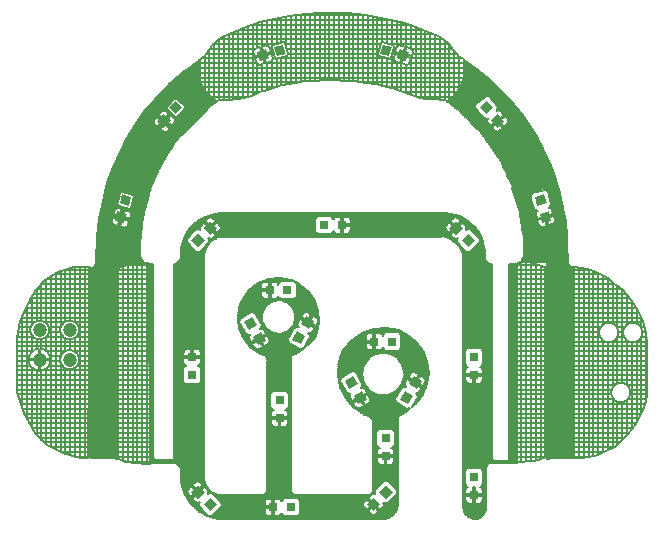
<source format=gtl>
%FSLAX46Y46*%
%MOIN*%
%ADD10R,0.0315X0.0315*%
%ADD12C,0.04724*%
%ADD13C,0.006*%
%ADD14C,0.024*%
%ADD15C,0.005*%
%ADD16C,0.01*%
%LPD*%
D10*
X641660Y537980D03*
Y597030D03*
X933200Y453860D03*
Y394800D03*
X1249270Y649450D03*
X1308330D03*
X1581660Y597030D03*
Y537980D03*
X1286660Y327030D03*
Y267980D03*
X1581660Y197030D03*
Y137980D03*
X971190Y97510D03*
X912130D03*
X900500Y820660D03*
X959550D03*
X1082130Y1037510D03*
X1141190D03*
G36*
X1520780Y1006120D02*
G01*
X1498510Y1028390D01*
X1520780Y1050660D01*
X1543050Y1028390D01*
X1520780Y1006120D01*
G37*
G36*
X1562540Y964360D02*
X1540270Y986630D01*
X1562540Y1008900D01*
X1584810Y986630D01*
X1562540Y964360D01*
G37*
G36*
X1830430Y1083260D02*
X1838580Y1052850D01*
X1808170Y1044700D01*
X1800020Y1075110D01*
X1830430Y1083260D01*
G37*
G36*
X1815150Y1140310D02*
X1823300Y1109900D01*
X1792890Y1101750D01*
X1784740Y1132160D01*
X1815150Y1140310D01*
G37*
G36*
X1662580Y1407070D02*
X1682820Y1382950D01*
X1658700Y1362710D01*
X1638460Y1386830D01*
X1662580Y1407070D01*
G37*
G36*
X1624620Y1452310D02*
X1644860Y1428190D01*
X1620740Y1407950D01*
X1600500Y1432070D01*
X1624620Y1452310D01*
G37*
G36*
X1334050Y1624140D02*
X1364460Y1615990D01*
X1356310Y1585580D01*
X1325900Y1593730D01*
X1334050Y1624140D01*
G37*
G36*
X1277010Y1639430D02*
X1307420Y1631280D01*
X1299270Y1600870D01*
X1268860Y1609020D01*
X1277010Y1639430D01*
G37*
G36*
X954460Y1609020D02*
X924050Y1600870D01*
X915900Y1631280D01*
X946310Y1639430D01*
X954460Y1609020D01*
G37*
G36*
X897420Y1593730D02*
X867010Y1585580D01*
X858860Y1615990D01*
X889270Y1624140D01*
X897420Y1593730D01*
G37*
G36*
X607820Y1432070D02*
X587580Y1407950D01*
X563460Y1428190D01*
X583700Y1452310D01*
X607820Y1432070D01*
G37*
G36*
X569860Y1386830D02*
X549620Y1362710D01*
X525500Y1382950D01*
X545740Y1407070D01*
X569860Y1386830D01*
G37*
G36*
X438580Y1132160D02*
X430430Y1101750D01*
X400020Y1109900D01*
X408170Y1140310D01*
X438580Y1132160D01*
G37*
G36*
X423300Y1075110D02*
X415150Y1044700D01*
X384740Y1052850D01*
X392890Y1083260D01*
X423300Y1075110D01*
G37*
G36*
X638510Y986630D02*
X660780Y1008900D01*
X683050Y986630D01*
X660780Y964360D01*
X638510Y986630D01*
G37*
G36*
X680270Y1028390D02*
X702540Y1050660D01*
X724810Y1028390D01*
X702540Y1006120D01*
X680270Y1028390D01*
G37*
G36*
X841750Y731410D02*
X857500Y704140D01*
X830230Y688390D01*
X814480Y715660D01*
X841750Y731410D01*
G37*
G36*
X871280Y680260D02*
X887030Y652990D01*
X859760Y637240D01*
X844010Y664510D01*
X871280Y680260D01*
G37*
G36*
X976190Y656160D02*
X991940Y683430D01*
X1019210Y667680D01*
X1003460Y640410D01*
X976190Y656160D01*
G37*
G36*
X1005720Y707310D02*
X1021470Y734580D01*
X1048740Y718830D01*
X1032990Y691560D01*
X1005720Y707310D01*
G37*
G36*
X1177840Y534830D02*
X1193590Y507560D01*
X1166320Y491810D01*
X1150570Y519080D01*
X1177840Y534830D01*
G37*
G36*
X1207370Y483680D02*
X1223120Y456410D01*
X1195850Y440660D01*
X1180100Y467930D01*
X1207370Y483680D01*
G37*
G36*
X1334470Y456410D02*
X1350220Y483680D01*
X1377490Y467930D01*
X1361740Y440660D01*
X1334470Y456410D01*
G37*
G36*
X1364000Y507560D02*
X1379750Y534830D01*
X1407020Y519080D01*
X1391270Y491810D01*
X1364000Y507560D01*
G37*
G36*
X1309810Y148390D02*
X1287540Y126120D01*
X1265270Y148390D01*
X1287540Y170660D01*
X1309810Y148390D01*
G37*
G36*
X1268050Y106630D02*
X1245780Y84360D01*
X1223510Y106630D01*
X1245780Y128900D01*
X1268050Y106630D01*
G37*
G36*
X702540Y84360D02*
X680270Y106630D01*
X702540Y128900D01*
X724810Y106630D01*
X702540Y84360D01*
G37*
G36*
X660780Y126120D02*
X638510Y148390D01*
X660780Y170660D01*
X683050Y148390D01*
X660780Y126120D01*
G37*
D12*
X233440Y589120D03*
X133440D03*
Y688110D03*
X233440D03*
D13*
X499800Y687540D02*
X512620D01*
Y681560D02*
X499800D01*
Y675570D02*
X512620D01*
Y669590D02*
X499800D01*
Y663600D02*
X512620D01*
Y657620D02*
X499800D01*
Y651630D02*
X512620D01*
Y645650D02*
X499800D01*
Y639660D02*
X512620D01*
Y633680D02*
X499800D01*
Y627690D02*
X512620D01*
Y621710D02*
X499800D01*
Y615720D02*
X512620D01*
Y609730D02*
X499800D01*
Y603750D02*
X512620D01*
Y597760D02*
X499800D01*
Y591780D02*
X512620D01*
Y585790D02*
X499800D01*
Y579810D02*
X512620D01*
Y573820D02*
X499800D01*
Y567840D02*
X512620D01*
Y561850D02*
X499800D01*
Y555870D02*
X512620D01*
Y549880D02*
X499800D01*
Y543900D02*
X512620D01*
Y537910D02*
X499800D01*
Y531930D02*
X512620D01*
Y525940D02*
X499800D01*
Y519960D02*
X512620D01*
Y513970D02*
X499800D01*
Y507990D02*
X512620D01*
Y502000D02*
X499800D01*
Y496020D02*
X512620D01*
Y490030D02*
X499800D01*
Y484050D02*
X512620D01*
Y478060D02*
X499800D01*
Y472080D02*
X512620D01*
Y466090D02*
X499800D01*
Y460110D02*
X512620D01*
Y454120D02*
X499800D01*
Y448140D02*
X512620D01*
Y442150D02*
X499800D01*
Y436170D02*
X512620D01*
Y430180D02*
X499800D01*
Y424200D02*
X512620D01*
Y418210D02*
X499800D01*
Y412230D02*
X512620D01*
Y406240D02*
X499800D01*
Y400260D02*
X512620D01*
Y394270D02*
X499800D01*
Y388290D02*
X512620D01*
Y382300D02*
X499800D01*
Y376320D02*
X512620D01*
Y370330D02*
X499800D01*
Y364350D02*
X512620D01*
Y358360D02*
X499800D01*
Y352380D02*
X512620D01*
Y346390D02*
X499800D01*
Y340400D02*
X512620D01*
Y334420D02*
X499800D01*
Y328430D02*
X512620D01*
Y322450D02*
X499800D01*
Y316460D02*
X512620D01*
Y310480D02*
X499800D01*
Y304490D02*
X512620D01*
Y298510D02*
X499800D01*
Y292520D02*
X512620D01*
Y286540D02*
X499800D01*
Y280550D02*
X512620D01*
Y274570D02*
X499800D01*
Y268580D02*
X512620D01*
Y262600D02*
X499800D01*
Y256610D02*
X516720D01*
X517310Y256030D02*
X577250D01*
X581930Y260710D01*
Y908470D01*
X589540D01*
X604420Y923350D01*
Y939920D01*
Y944320D01*
X605550Y961580D01*
X614480Y994910D01*
X631740Y1024790D01*
X656140Y1049200D01*
X686030Y1066450D01*
X719360Y1075380D01*
X736610Y1076510D01*
X1485810D01*
X1502970Y1075390D01*
X1536130Y1066520D01*
X1565870Y1049390D01*
X1590180Y1025160D01*
X1607400Y995470D01*
X1616360Y962330D01*
X1617530Y945310D01*
X1617360Y940200D01*
X1617080Y939920D01*
Y931970D01*
X1616820Y924030D01*
X1617080Y923740D01*
Y923350D01*
X1621100Y919330D01*
X1622700Y917730D01*
X1628140Y911930D01*
X1628520Y911910D01*
X1631970Y908470D01*
X1642170D01*
Y257380D01*
X1642240Y257310D01*
X1646860Y252690D01*
X1647340D01*
X1686840D01*
X1693470D01*
X1698150Y257380D01*
Y908470D01*
X1719060D01*
X1723410Y906830D01*
X1724300Y907230D01*
X1723500Y244580D01*
X1631810D01*
X1620100Y232860D01*
Y101160D01*
X1620070Y101140D01*
X1620100Y92890D01*
Y92850D01*
X1619490Y86240D01*
X1614620Y73940D01*
X1605550Y64320D01*
X1593560Y58750D01*
X1586990Y57750D01*
X1579090Y58110D01*
X1564310Y63500D01*
X1552840Y74280D01*
X1546540Y88700D01*
X1545690Y96550D01*
Y917570D01*
X1546120Y918050D01*
X1545690Y925770D01*
Y933500D01*
X1545240Y933950D01*
X1544820Y941590D01*
X1531610Y969180D01*
X1508890Y989650D01*
X1480080Y999920D01*
X1465300Y999200D01*
X751590D01*
X750570Y1000010D01*
X743470Y999200D01*
X736330D01*
X735410Y998270D01*
X728750Y997510D01*
X704830Y984260D01*
X687780Y962870D01*
X680190Y936600D01*
X681570Y924110D01*
Y201720D01*
X681120Y189780D01*
X689610Y166620D01*
X706250Y148410D01*
X728550Y137880D01*
X733200Y137630D01*
X733620Y137210D01*
X741390D01*
X749140Y136800D01*
X749590Y137210D01*
X881240D01*
X892950Y148920D01*
Y582370D01*
X894590Y586690D01*
X892950Y590330D01*
Y594320D01*
X889680Y597590D01*
X887790Y601800D01*
X884060Y603210D01*
X881240Y606040D01*
X877190D01*
X864240Y611930D01*
X836080Y632130D01*
X814070Y658890D01*
X799670Y690400D01*
X793860Y724560D01*
X797020Y759070D01*
X801860Y775490D01*
X809800Y792180D01*
X832390Y821910D01*
X862190Y844400D01*
X896970Y857980D01*
X934140Y861620D01*
X970890Y855060D01*
X979950Y851410D01*
X937590D01*
X928800Y842630D01*
Y839770D01*
X928360Y841430D01*
X926650Y844390D01*
X924230Y846810D01*
X921260Y848530D01*
X917960Y849410D01*
X903500D01*
Y823660D01*
X897500D01*
Y817660D01*
X903500D01*
Y791920D01*
X917960D01*
X921260Y792800D01*
X924230Y794510D01*
X926650Y796930D01*
X928360Y799900D01*
X928800Y801560D01*
Y798700D01*
X937590Y789920D01*
X981510D01*
X990300Y798700D01*
Y842630D01*
X982560Y850360D01*
X987770Y848270D01*
X993750Y844660D01*
X994000Y844730D01*
X1002840Y839580D01*
X1030260Y815340D01*
X1050480Y784840D01*
X1062110Y750140D01*
X1064380Y713610D01*
X1057110Y677740D01*
X1050660Y662320D01*
X1038960Y648010D01*
X1008320Y621950D01*
X990860Y611860D01*
X985550Y609210D01*
X981980D01*
X978420Y605640D01*
X973910Y603390D01*
X972790Y600010D01*
X970270Y597490D01*
Y592450D01*
X968670Y587670D01*
X970270Y584480D01*
Y148920D01*
X981980Y137210D01*
X1233180D01*
X1244900Y148920D01*
Y376370D01*
X1246530Y380800D01*
X1244900Y384330D01*
Y388230D01*
X1241560Y391560D01*
X1239590Y395840D01*
X1235930Y397190D01*
X1233180Y399940D01*
X1229030D01*
X1213100Y407000D01*
X1179590Y430360D01*
X1153080Y461430D01*
X1135300Y498210D01*
X1127390Y538280D01*
X1129880Y579050D01*
X1134570Y597190D01*
X1136250Y601010D01*
X1136630Y601810D01*
X1146180Y620090D01*
X1172790Y652800D01*
X1207150Y677230D01*
X1246780Y691640D01*
X1288810Y694990D01*
X1330210Y687020D01*
X1349530Y679030D01*
X1365060Y669640D01*
X1392470Y645210D01*
X1413130Y614860D01*
X1425820Y580410D01*
X1429770Y543910D01*
X1424740Y507540D01*
X1411040Y473470D01*
X1401400Y458320D01*
X1388620Y443870D01*
X1373750Y431450D01*
X1393590Y465820D01*
X1390380Y477820D01*
X1387900Y479250D01*
X1389560Y478800D01*
X1392990D01*
X1396290Y479690D01*
X1399260Y481400D01*
X1401680Y483820D01*
X1408910Y496340D01*
X1386610Y509220D01*
X1389610Y514410D01*
X1411910Y501540D01*
X1419140Y514060D01*
X1420020Y517370D01*
Y520790D01*
X1419140Y524100D01*
X1417430Y527060D01*
X1415010Y529480D01*
X1402480Y536710D01*
X1389610Y514410D01*
X1384410Y517410D01*
X1381410Y512220D01*
X1359110Y525090D01*
X1351880Y512570D01*
X1351000Y509260D01*
Y505840D01*
X1351880Y502530D01*
X1353600Y499570D01*
X1354810Y498350D01*
X1352340Y499780D01*
X1340340Y496570D01*
X1318370Y458530D01*
X1321590Y446520D01*
X1359630Y424560D01*
X1368270Y426880D01*
X1358280Y418540D01*
X1343270Y409450D01*
X1340270D01*
X1336490Y405670D01*
X1334060Y404360D01*
X1331780Y403130D01*
X1330840Y400030D01*
X1328550Y397740D01*
Y392390D01*
X1327020Y387260D01*
X1328550Y384410D01*
Y109810D01*
X1327760Y101410D01*
X1322300Y85440D01*
X1312150Y71950D01*
X1298330Y62260D01*
X1282180Y57340D01*
X1273790Y56840D01*
X1273540D01*
X1265450Y56990D01*
X1265290Y56840D01*
X746700D01*
X728110Y58130D01*
X692210Y67880D01*
X660040Y86570D01*
X633800Y112930D01*
X615240Y145170D01*
X605640Y181110D01*
X604420Y199710D01*
Y229690D01*
X601250Y232860D01*
X589540Y244580D01*
X499800D01*
Y908470D01*
X512620D01*
Y260710D01*
X517310Y256030D01*
X499800Y250630D02*
X681570D01*
Y256610D02*
X577840D01*
X581930Y262600D02*
X681570D01*
Y268580D02*
X581930D01*
Y274570D02*
X681570D01*
Y280550D02*
X581930D01*
Y286540D02*
X681570D01*
Y292520D02*
X581930D01*
Y298510D02*
X681570D01*
Y304490D02*
X581930D01*
Y310480D02*
X681570D01*
Y316460D02*
X581930D01*
Y322450D02*
X681570D01*
Y328430D02*
X581930D01*
Y334420D02*
X681570D01*
Y340400D02*
X581930D01*
Y346390D02*
X681570D01*
Y352380D02*
X581930D01*
Y358360D02*
X681570D01*
Y364350D02*
X581930D01*
Y370330D02*
X681570D01*
Y376320D02*
X581930D01*
Y382300D02*
X681570D01*
Y388290D02*
X581930D01*
Y394270D02*
X681570D01*
Y400260D02*
X581930D01*
Y406240D02*
X681570D01*
Y412230D02*
X581930D01*
Y418210D02*
X681570D01*
Y424200D02*
X581930D01*
Y430180D02*
X681570D01*
Y436170D02*
X581930D01*
Y442150D02*
X681570D01*
Y448140D02*
X581930D01*
Y454120D02*
X681570D01*
Y460110D02*
X581930D01*
Y466090D02*
X681570D01*
Y472080D02*
X581930D01*
Y478060D02*
X681570D01*
Y484050D02*
X581930D01*
Y490030D02*
X681570D01*
Y496020D02*
X581930D01*
Y502000D02*
X681570D01*
Y507990D02*
X664380D01*
X663620Y507230D02*
X672410Y516020D01*
Y559940D01*
X663620Y568730D01*
X660760D01*
X662430Y569170D01*
X665390Y570880D01*
X667810Y573300D01*
X669520Y576270D01*
X670410Y579570D01*
Y594030D01*
X644660D01*
Y600030D01*
X670410D01*
Y614490D01*
X669520Y617800D01*
X667810Y620760D01*
X665390Y623180D01*
X662430Y624900D01*
X659120Y625780D01*
X644660D01*
Y600030D01*
X638660D01*
Y594030D01*
X612910D01*
Y579570D01*
X613800Y576270D01*
X615510Y573300D01*
X617930Y570880D01*
X620890Y569170D01*
X622560Y568730D01*
X619700D01*
X610910Y559940D01*
Y516020D01*
X619700Y507230D01*
X663620D01*
X670360Y513970D02*
X681570D01*
Y519960D02*
X672410D01*
Y525940D02*
X681570D01*
Y531930D02*
X672410D01*
Y537910D02*
X681570D01*
Y543900D02*
X672410D01*
Y549880D02*
X681570D01*
Y555870D02*
X672410D01*
X670490Y561850D02*
X681570D01*
Y567840D02*
X664510D01*
X668110Y573820D02*
X681570D01*
Y579810D02*
X670410D01*
Y585790D02*
X681570D01*
Y591780D02*
X670410D01*
Y603750D02*
X681570D01*
Y609730D02*
X670410D01*
X670080Y615720D02*
X681570D01*
Y621710D02*
X666870D01*
X681570Y627690D02*
X581930D01*
Y621710D02*
X616450D01*
X615510Y620760D02*
X613800Y617800D01*
X612910Y614490D01*
Y600030D01*
X638660D01*
Y625780D01*
X624200D01*
X620890Y624900D01*
X617930Y623180D01*
X615510Y620760D01*
X613240Y615720D02*
X581930D01*
Y609730D02*
X612910D01*
Y603750D02*
X581930D01*
Y597760D02*
X638660D01*
Y603750D02*
X644660D01*
Y609730D02*
X638660D01*
Y615720D02*
X644660D01*
Y621710D02*
X638660D01*
X644660Y597760D02*
X681570D01*
Y633680D02*
X581930D01*
Y639660D02*
X681570D01*
Y645650D02*
X581930D01*
Y651630D02*
X681570D01*
Y657620D02*
X581930D01*
Y663600D02*
X681570D01*
Y669590D02*
X581930D01*
Y675570D02*
X681570D01*
Y681560D02*
X581930D01*
Y687540D02*
X681570D01*
Y693530D02*
X581930D01*
Y699510D02*
X681570D01*
Y705500D02*
X581930D01*
Y711480D02*
X681570D01*
Y717470D02*
X581930D01*
Y723450D02*
X681570D01*
Y729440D02*
X581930D01*
Y735420D02*
X681570D01*
Y741410D02*
X581930D01*
Y747390D02*
X681570D01*
Y753380D02*
X581930D01*
Y759360D02*
X681570D01*
Y765350D02*
X581930D01*
Y771330D02*
X681570D01*
Y777320D02*
X581930D01*
Y783300D02*
X681570D01*
Y789290D02*
X581930D01*
Y795270D02*
X681570D01*
Y801260D02*
X581930D01*
Y807240D02*
X681570D01*
Y813230D02*
X581930D01*
Y819210D02*
X681570D01*
Y825200D02*
X581930D01*
Y831180D02*
X681570D01*
Y837170D02*
X581930D01*
Y843150D02*
X681570D01*
Y849140D02*
X581930D01*
Y855120D02*
X681570D01*
Y861110D02*
X581930D01*
Y867090D02*
X681570D01*
Y873080D02*
X581930D01*
Y879060D02*
X681570D01*
Y885050D02*
X581930D01*
Y891040D02*
X681570D01*
Y897020D02*
X581930D01*
Y903010D02*
X681570D01*
Y908990D02*
X590060D01*
X596040Y914980D02*
X681570D01*
Y920960D02*
X602030D01*
X604420Y926950D02*
X681260D01*
X680590Y932930D02*
X604420D01*
Y938920D02*
X680860D01*
X680190Y936600D03*
X682590Y944900D02*
X604460D01*
X604850Y950890D02*
X653040D01*
X654570Y949360D02*
X666990D01*
X698050Y980410D01*
Y992840D01*
X696030Y994860D01*
X697520Y994000D01*
X700830Y993110D01*
X704250D01*
X707560Y994000D01*
X710520Y995710D01*
X720750Y1005940D01*
X702540Y1024140D01*
X706780Y1028380D01*
X724990Y1010180D01*
X735210Y1020400D01*
X736920Y1023370D01*
X737810Y1026670D01*
Y1030100D01*
X736920Y1033400D01*
X735210Y1036370D01*
X724990Y1046590D01*
X706780Y1028390D01*
X702540Y1032630D01*
X720750Y1050830D01*
X710520Y1061060D01*
X707560Y1062770D01*
X704250Y1063660D01*
X700830D01*
X697520Y1062770D01*
X694560Y1061060D01*
X684330Y1050830D01*
X702540Y1032630D01*
X698300Y1028390D01*
X680090Y1046590D01*
X669870Y1036370D01*
X668150Y1033400D01*
X667270Y1030100D01*
Y1026670D01*
X668150Y1023370D01*
X669010Y1021880D01*
X666990Y1023900D01*
X654570D01*
X623510Y992840D01*
Y980410D01*
X654570Y949360D01*
X647050Y956870D02*
X605240D01*
X605900Y962860D02*
X641070D01*
X635080Y968840D02*
X607500D01*
X609100Y974830D02*
X629100D01*
X623510Y980810D02*
X610710D01*
X612310Y986800D02*
X623510D01*
Y992780D02*
X613910D01*
X616710Y998770D02*
X629440D01*
X635420Y1004750D02*
X620170D01*
X623620Y1010740D02*
X641410D01*
X647390Y1016720D02*
X627080D01*
X630530Y1022710D02*
X653380D01*
X668180D02*
X668540D01*
X667270Y1028690D02*
X635640D01*
X641620Y1034680D02*
X668890D01*
X674160Y1040660D02*
X647610D01*
X653590Y1046650D02*
X688520D01*
X686130Y1052630D02*
X662090D01*
X672460Y1058620D02*
X692120D01*
X682830Y1064600D02*
X1056520D01*
X1060170Y1068250D02*
X1051380Y1059470D01*
Y1015550D01*
X1060170Y1006760D01*
X1104090D01*
X1112880Y1015550D01*
Y1018400D01*
X1113330Y1016740D01*
X1115040Y1013780D01*
X1117460Y1011360D01*
X1120420Y1009640D01*
X1123730Y1008760D01*
X1138190D01*
Y1034510D01*
X1144190D01*
Y1040510D01*
X1138190D01*
Y1066250D01*
X1123730D01*
X1120420Y1065370D01*
X1117460Y1063660D01*
X1115040Y1061240D01*
X1113330Y1058270D01*
X1112880Y1056610D01*
Y1059470D01*
X1104090Y1068250D01*
X1060170D01*
X1051380Y1058620D02*
X712960D01*
X718950Y1052630D02*
X1051380D01*
Y1046650D02*
X716560D01*
X719060Y1040660D02*
X710570D01*
X713070Y1034680D02*
X704590D01*
X700490D02*
X692000D01*
X694500Y1040660D02*
X686020D01*
X697990Y1028690D02*
X698600D01*
X706470D02*
X707090D01*
X703970Y1022710D02*
X712460D01*
X709960Y1016720D02*
X718440D01*
X715940Y1010740D02*
X725550D01*
X1056190D01*
X1051380Y1016720D02*
X731530D01*
X736540Y1022710D02*
X1051380D01*
Y1028690D02*
X737810D01*
X736190Y1034680D02*
X1051380D01*
Y1040660D02*
X730920D01*
X719560Y1004750D02*
X1503760D01*
X1502570Y1005940D02*
X1512800Y995710D01*
X1515760Y994000D01*
X1519070Y993110D01*
X1522490D01*
X1525800Y994000D01*
X1527290Y994860D01*
X1525270Y992840D01*
Y980410D01*
X1556330Y949360D01*
X1568750D01*
X1599810Y980410D01*
Y992840D01*
X1568750Y1023900D01*
X1556330D01*
X1554310Y1021880D01*
X1555170Y1023370D01*
X1556050Y1026670D01*
Y1030100D01*
X1555170Y1033400D01*
X1553450Y1036370D01*
X1543230Y1046590D01*
X1525020Y1028390D01*
X1520780Y1032630D01*
X1516540Y1028390D01*
X1498330Y1046590D01*
X1488110Y1036370D01*
X1486400Y1033400D01*
X1485510Y1030100D01*
Y1026670D01*
X1486400Y1023370D01*
X1488110Y1020400D01*
X1498330Y1010180D01*
X1516540Y1028380D01*
X1520780Y1024140D01*
X1502570Y1005940D01*
X1498890Y1010740D02*
X1507380D01*
X1504880Y1016720D02*
X1513360D01*
X1510860Y1022710D02*
X1519350D01*
X1516850Y1028690D02*
X1516230D01*
X1520780Y1032630D02*
X1502570Y1050830D01*
X1512800Y1061060D01*
X1515760Y1062770D01*
X1519070Y1063660D01*
X1522490D01*
X1525800Y1062770D01*
X1528760Y1061060D01*
X1538990Y1050830D01*
X1520780Y1032630D01*
X1518730Y1034680D02*
X1510250D01*
X1512750Y1040660D02*
X1504260D01*
X1506760Y1046650D02*
X1169940D01*
Y1052630D02*
X1504370D01*
X1510360Y1058620D02*
X1168850D01*
X1169050Y1058270D02*
X1167340Y1061240D01*
X1164920Y1063660D01*
X1161950Y1065370D01*
X1158650Y1066250D01*
X1144190D01*
Y1040510D01*
X1169940D01*
Y1054970D01*
X1169050Y1058270D01*
X1163280Y1064600D02*
X1539460D01*
X1531200Y1058620D02*
X1549850D01*
X1560240Y1052630D02*
X1537190D01*
X1534800Y1046650D02*
X1568620D01*
X1574620Y1040660D02*
X1549160D01*
X1554430Y1034680D02*
X1580630D01*
X1586630Y1028690D02*
X1556050D01*
X1555140Y1022710D02*
X1554780D01*
X1569940D02*
X1591600D01*
X1595070Y1016720D02*
X1575930D01*
X1581910Y1010740D02*
X1598540D01*
X1602010Y1004750D02*
X1587900D01*
X1593880Y998770D02*
X1605480D01*
X1608120Y992780D02*
X1599810D01*
Y986800D02*
X1609740D01*
X1611360Y980810D02*
X1599810D01*
X1594220Y974830D02*
X1612980D01*
X1614600Y968840D02*
X1588240D01*
X1582250Y962860D02*
X1616220D01*
X1616740Y956870D02*
X1576270D01*
X1570280Y950890D02*
X1617150D01*
X1617520Y944900D02*
X1543230D01*
X1544820Y941590D03*
X1544960Y938920D02*
X1617080D01*
Y932930D02*
X1545690D01*
Y926950D02*
X1616920D01*
X1619480Y920960D02*
X1545960D01*
X1545690Y914980D02*
X1625280D01*
X1631450Y908990D02*
X1545690D01*
Y903010D02*
X1642170D01*
Y897020D02*
X1545690D01*
Y891040D02*
X1642170D01*
Y885050D02*
X1545690D01*
Y879060D02*
X1642170D01*
Y873080D02*
X1545690D01*
Y867090D02*
X1642170D01*
Y861110D02*
X1545690D01*
Y855120D02*
X1642170D01*
Y849140D02*
X1545690D01*
Y843150D02*
X1642170D01*
Y837170D02*
X1545690D01*
Y831180D02*
X1642170D01*
Y825200D02*
X1545690D01*
Y819210D02*
X1642170D01*
Y813230D02*
X1545690D01*
Y807240D02*
X1642170D01*
Y801260D02*
X1545690D01*
Y795270D02*
X1642170D01*
Y789290D02*
X1545690D01*
Y783300D02*
X1642170D01*
Y777320D02*
X1545690D01*
Y771330D02*
X1642170D01*
Y765350D02*
X1545690D01*
Y759360D02*
X1642170D01*
Y753380D02*
X1545690D01*
Y747390D02*
X1642170D01*
Y741410D02*
X1545690D01*
Y735420D02*
X1642170D01*
Y729440D02*
X1545690D01*
Y723450D02*
X1642170D01*
Y717470D02*
X1545690D01*
Y711480D02*
X1642170D01*
Y705500D02*
X1545690D01*
Y699510D02*
X1642170D01*
Y693530D02*
X1545690D01*
Y687540D02*
X1642170D01*
Y681560D02*
X1545690D01*
Y675570D02*
X1642170D01*
Y669590D02*
X1545690D01*
Y663600D02*
X1642170D01*
Y657620D02*
X1545690D01*
Y651630D02*
X1642170D01*
Y645650D02*
X1545690D01*
Y639660D02*
X1642170D01*
Y633680D02*
X1545690D01*
Y627690D02*
X1559610D01*
X1559700Y627780D02*
X1550910Y619000D01*
Y575070D01*
X1559700Y566290D01*
X1562560D01*
X1560890Y565840D01*
X1557930Y564130D01*
X1555510Y561710D01*
X1553800Y558740D01*
X1552910Y555440D01*
Y540980D01*
X1578660D01*
Y534980D01*
X1552910D01*
Y520520D01*
X1553800Y517210D01*
X1555510Y514250D01*
X1557930Y511830D01*
X1560890Y510120D01*
X1564200Y509230D01*
X1578660D01*
Y534980D01*
X1584660D01*
Y540980D01*
X1610410D01*
Y555440D01*
X1609520Y558740D01*
X1607810Y561710D01*
X1605390Y564130D01*
X1602430Y565840D01*
X1600760Y566290D01*
X1603620D01*
X1612410Y575070D01*
Y619000D01*
X1603620Y627780D01*
X1559700D01*
X1553620Y621710D02*
X1545690D01*
Y615720D02*
X1550910D01*
Y609730D02*
X1545690D01*
Y603750D02*
X1550910D01*
Y597760D02*
X1545690D01*
Y591780D02*
X1550910D01*
Y585790D02*
X1545690D01*
Y579810D02*
X1550910D01*
X1552160Y573820D02*
X1545690D01*
Y567840D02*
X1558150D01*
X1555650Y561850D02*
X1545690D01*
Y555870D02*
X1553030D01*
X1552910Y549880D02*
X1545690D01*
Y543900D02*
X1552910D01*
X1545690Y537910D02*
X1578660D01*
Y531930D02*
X1584660D01*
Y534980D02*
Y509230D01*
X1599120D01*
X1602430Y510120D01*
X1605390Y511830D01*
X1607810Y514250D01*
X1609520Y517210D01*
X1610410Y520520D01*
Y534980D01*
X1584660D01*
Y537910D02*
X1642170D01*
Y531930D02*
X1610410D01*
Y525940D02*
X1642170D01*
Y519960D02*
X1610260D01*
X1607540Y513970D02*
X1642170D01*
Y507990D02*
X1545690D01*
Y513970D02*
X1555780D01*
X1553060Y519960D02*
X1545690D01*
Y525940D02*
X1552910D01*
Y531930D02*
X1545690D01*
X1578660Y525940D02*
X1584660D01*
Y519960D02*
X1578660D01*
Y513970D02*
X1584660D01*
X1545690Y502000D02*
X1642170D01*
Y496020D02*
X1545690D01*
Y490030D02*
X1642170D01*
Y484050D02*
X1545690D01*
Y478060D02*
X1642170D01*
Y472080D02*
X1545690D01*
Y466090D02*
X1642170D01*
Y460110D02*
X1545690D01*
Y454120D02*
X1642170D01*
Y448140D02*
X1545690D01*
Y442150D02*
X1642170D01*
Y436170D02*
X1545690D01*
Y430180D02*
X1642170D01*
Y424200D02*
X1545690D01*
Y418210D02*
X1642170D01*
Y412230D02*
X1545690D01*
Y406240D02*
X1642170D01*
Y400260D02*
X1545690D01*
Y394270D02*
X1642170D01*
Y388290D02*
X1545690D01*
Y382300D02*
X1642170D01*
Y376320D02*
X1545690D01*
Y370330D02*
X1642170D01*
Y364350D02*
X1545690D01*
Y358360D02*
X1642170D01*
Y352380D02*
X1545690D01*
Y346390D02*
X1642170D01*
Y340400D02*
X1545690D01*
Y334420D02*
X1642170D01*
Y328430D02*
X1545690D01*
Y322450D02*
X1642170D01*
Y316460D02*
X1545690D01*
Y310480D02*
X1642170D01*
Y304490D02*
X1545690D01*
Y298510D02*
X1642170D01*
Y292520D02*
X1545690D01*
Y286540D02*
X1642170D01*
Y280550D02*
X1545690D01*
Y274570D02*
X1642170D01*
Y268580D02*
X1545690D01*
Y262600D02*
X1642170D01*
X1642940Y256610D02*
X1545690D01*
Y250630D02*
X1723510D01*
Y256610D02*
X1697390D01*
X1698150Y262600D02*
X1723520D01*
X1723530Y268580D02*
X1698150D01*
Y274570D02*
X1723540D01*
Y280550D02*
X1698150D01*
Y286540D02*
X1723550D01*
X1723560Y292520D02*
X1698150D01*
Y298510D02*
X1723560D01*
X1723570Y304490D02*
X1698150D01*
Y310480D02*
X1723580D01*
X1723590Y316460D02*
X1698150D01*
Y322450D02*
X1723590D01*
X1723600Y328430D02*
X1698150D01*
Y334420D02*
X1723610D01*
Y340400D02*
X1698150D01*
Y346390D02*
X1723620D01*
X1723630Y352380D02*
X1698150D01*
Y358360D02*
X1723640D01*
Y364350D02*
X1698150D01*
Y370330D02*
X1723650D01*
X1723660Y376320D02*
X1698150D01*
Y382300D02*
X1723670D01*
Y388290D02*
X1698150D01*
Y394270D02*
X1723680D01*
X1723690Y400260D02*
X1698150D01*
Y406240D02*
X1723690D01*
X1723700Y412230D02*
X1698150D01*
Y418210D02*
X1723710D01*
X1723720Y424200D02*
X1698150D01*
Y430180D02*
X1723720D01*
X1723730Y436170D02*
X1698150D01*
Y442150D02*
X1723740D01*
Y448140D02*
X1698150D01*
Y454120D02*
X1723750D01*
X1723760Y460110D02*
X1698150D01*
Y466090D02*
X1723770D01*
Y472080D02*
X1698150D01*
Y478060D02*
X1723780D01*
X1723790Y484050D02*
X1698150D01*
Y490030D02*
X1723800D01*
Y496020D02*
X1698150D01*
Y502000D02*
X1723810D01*
X1723820Y507990D02*
X1698150D01*
Y513970D02*
X1723820D01*
X1723830Y519960D02*
X1698150D01*
Y525940D02*
X1723840D01*
X1723850Y531930D02*
X1698150D01*
Y537910D02*
X1723850D01*
X1723860Y543900D02*
X1698150D01*
Y549880D02*
X1723870D01*
X1723880Y555870D02*
X1698150D01*
Y561850D02*
X1723880D01*
X1723890Y567840D02*
X1698150D01*
Y573820D02*
X1723900D01*
Y579810D02*
X1698150D01*
Y585790D02*
X1723910D01*
X1723920Y591780D02*
X1698150D01*
Y597760D02*
X1723930D01*
Y603750D02*
X1698150D01*
Y609730D02*
X1723940D01*
X1723950Y615720D02*
X1698150D01*
Y621710D02*
X1723950D01*
X1723960Y627690D02*
X1698150D01*
Y633680D02*
X1723970D01*
X1723980Y639660D02*
X1698150D01*
Y645650D02*
X1723980D01*
X1723990Y651630D02*
X1698150D01*
Y657620D02*
X1724000D01*
X1724010Y663600D02*
X1698150D01*
Y669590D02*
X1724010D01*
X1724020Y675570D02*
X1698150D01*
Y681560D02*
X1724030D01*
Y687540D02*
X1698150D01*
Y693530D02*
X1724040D01*
X1724050Y699510D02*
X1698150D01*
Y705500D02*
X1724060D01*
Y711480D02*
X1698150D01*
Y717470D02*
X1724070D01*
X1724080Y723450D02*
X1698150D01*
Y729440D02*
X1724080D01*
X1724090Y735420D02*
X1698150D01*
Y741410D02*
X1724100D01*
X1724110Y747390D02*
X1698150D01*
Y753380D02*
X1724110D01*
X1724120Y759360D02*
X1698150D01*
Y765350D02*
X1724130D01*
X1724140Y771330D02*
X1698150D01*
Y777320D02*
X1724140D01*
X1724150Y783300D02*
X1698150D01*
Y789290D02*
X1724160D01*
Y795270D02*
X1698150D01*
Y801260D02*
X1724170D01*
X1724180Y807240D02*
X1698150D01*
Y813230D02*
X1724190D01*
Y819210D02*
X1698150D01*
Y825200D02*
X1724200D01*
X1724210Y831180D02*
X1698150D01*
Y837170D02*
X1724210D01*
X1724220Y843150D02*
X1698150D01*
Y849140D02*
X1724230D01*
X1724240Y855120D02*
X1698150D01*
Y861110D02*
X1724240D01*
X1724250Y867090D02*
X1698150D01*
Y873080D02*
X1724260D01*
X1724270Y879060D02*
X1698150D01*
Y885050D02*
X1724270D01*
X1724280Y891040D02*
X1698150D01*
Y897020D02*
X1724290D01*
Y903010D02*
X1698150D01*
X1738730Y914300D02*
X1739890Y917380D01*
X1742690Y920180D01*
Y924830D01*
X1744450Y929510D01*
X1747300Y932430D01*
X1747240Y936960D01*
X1748840Y941200D01*
X1747150Y944920D01*
X1746610Y991830D01*
X1747580Y993170D01*
X1746510Y999910D01*
X1746430Y1006740D01*
X1745250Y1007900D01*
X1734660Y1074610D01*
X1735380Y1075940D01*
X1733390Y1082610D01*
X1732300Y1089470D01*
X1731080Y1090370D01*
X1709580Y1162350D01*
X1710120Y1163790D01*
X1707260Y1170110D01*
X1705280Y1176760D01*
X1703930Y1177490D01*
X1670460Y1251470D01*
X1670820Y1253720D01*
X1667150Y1258790D01*
X1664570Y1264490D01*
X1662440Y1265300D01*
X1603180Y1347130D01*
Y1348940D01*
X1598450Y1353670D01*
X1594520Y1359090D01*
X1592740Y1359380D01*
X1545290Y1406830D01*
X1545180Y1407980D01*
X1539540Y1412580D01*
X1534390Y1417730D01*
X1533240D01*
X1492490Y1451010D01*
X1492270Y1451300D01*
X1516890Y1467710D01*
X1541050Y1512690D01*
X1556040Y1557680D01*
X1548610Y1586970D01*
X1571820Y1571500D01*
X1593150Y1556270D01*
X1629920Y1525620D01*
X1707960Y1447590D01*
X1741560Y1407870D01*
X1761700Y1377670D01*
X1790970Y1333770D01*
X1799390Y1316920D01*
X1802020Y1311660D01*
X1806800Y1302100D01*
X1815640Y1284420D01*
X1828090Y1259530D01*
X1840240Y1229140D01*
X1850120Y1199510D01*
X1868200Y1145270D01*
X1875840Y1107050D01*
X1877750Y1097510D01*
X1879090Y1090810D01*
X1886720Y1052660D01*
X1890360Y998140D01*
X1892930Y959510D01*
Y916890D01*
X1892600Y913940D01*
X1738730Y914300D01*
X1738990Y914980D02*
X1892720D01*
X1892930Y920960D02*
X1742690D01*
X1743480Y926950D02*
X1892930D01*
Y932930D02*
X1747290D01*
X1747980Y938920D02*
X1892930D01*
Y944900D02*
X1747160D01*
X1747080Y950890D02*
X1892930D01*
Y956870D02*
X1747010D01*
X1746940Y962860D02*
X1892710D01*
X1892310Y968840D02*
X1746870D01*
X1746810Y974830D02*
X1891910D01*
X1891510Y980810D02*
X1746740D01*
X1746670Y986800D02*
X1891110D01*
X1890710Y992780D02*
X1747300D01*
X1746700Y998770D02*
X1890310D01*
X1890360Y998140D03*
X1889910Y1004750D02*
X1746460D01*
X1744800Y1010740D02*
X1889520D01*
X1889120Y1016720D02*
X1743850D01*
X1742900Y1022710D02*
X1888720D01*
X1888320Y1028690D02*
X1741950D01*
X1741000Y1034680D02*
X1799800D01*
X1800180Y1034300D02*
X1797760Y1036720D01*
X1796050Y1039680D01*
X1792310Y1053650D01*
X1817180Y1060310D01*
X1815630Y1066110D01*
X1790760Y1059440D01*
X1787020Y1073410D01*
Y1076830D01*
X1787900Y1080140D01*
X1789610Y1083100D01*
X1792030Y1085520D01*
X1793520Y1086380D01*
X1790760Y1085640D01*
X1780000Y1091860D01*
X1768630Y1134280D01*
X1774850Y1145040D01*
X1817270Y1156410D01*
X1828030Y1150200D01*
X1839400Y1107770D01*
X1833190Y1097010D01*
X1830430Y1096270D01*
X1832150D01*
X1835460Y1095390D01*
X1838420Y1093670D01*
X1840840Y1091250D01*
X1842550Y1088290D01*
X1846290Y1074320D01*
X1821420Y1067660D01*
X1822980Y1061860D01*
X1829640Y1036990D01*
X1843610Y1040740D01*
X1846570Y1042450D01*
X1848990Y1044870D01*
X1850700Y1047830D01*
X1851590Y1051140D01*
Y1054560D01*
X1847850Y1068530D01*
X1822980Y1061860D01*
X1817180Y1060310D01*
X1823850Y1035440D01*
X1809880Y1031700D01*
X1806460D01*
X1803150Y1032580D01*
X1800180Y1034300D01*
X1795790Y1040660D02*
X1740050D01*
X1739100Y1046650D02*
X1794190D01*
X1792580Y1052630D02*
X1738150D01*
X1737200Y1058620D02*
X1810860D01*
X1810020Y1064600D02*
X1816030D01*
X1817630Y1058620D02*
X1823850D01*
X1822240Y1064600D02*
X1833200D01*
X1832360Y1070590D02*
X1883130D01*
X1881940Y1076570D02*
X1845690D01*
X1844090Y1082560D02*
X1880740D01*
X1879540Y1088540D02*
X1842410D01*
X1836940Y1094530D02*
X1878350D01*
X1877150Y1100510D02*
X1835210D01*
X1838670Y1106500D02*
X1875950D01*
X1874760Y1112480D02*
X1838140D01*
X1836540Y1118470D02*
X1873560D01*
X1872360Y1124450D02*
X1834930D01*
X1833330Y1130440D02*
X1871160D01*
X1869970Y1136420D02*
X1831720D01*
X1830120Y1142410D02*
X1868770D01*
X1867160Y1148400D02*
X1828520D01*
X1820790Y1154380D02*
X1865160D01*
X1863170Y1160370D02*
X1710170D01*
X1708960Y1166350D02*
X1861170D01*
X1859180Y1172340D02*
X1706600D01*
X1703550Y1178320D02*
X1857180D01*
X1855190Y1184310D02*
X1700840D01*
X1698130Y1190290D02*
X1853190D01*
X1851200Y1196280D02*
X1695430D01*
X1692720Y1202260D02*
X1849200D01*
X1847210Y1208250D02*
X1690010D01*
X1687310Y1214230D02*
X1845210D01*
X1843220Y1220220D02*
X1684600D01*
X1681890Y1226200D02*
X1841220D01*
X1839020Y1232190D02*
X1679190D01*
X1676480Y1238170D02*
X1836630D01*
X1834230Y1244160D02*
X1673770D01*
X1671070Y1250140D02*
X1831840D01*
X1829450Y1256130D02*
X1669080D01*
X1665650Y1262110D02*
X1826790D01*
X1823800Y1268100D02*
X1660420D01*
X1656080Y1274080D02*
X1820810D01*
X1817820Y1280070D02*
X1651750D01*
X1647410Y1286050D02*
X1814820D01*
X1811830Y1292040D02*
X1643080D01*
X1638750Y1298020D02*
X1808840D01*
X1806800Y1302100D03*
X1805850Y1304010D02*
X1634410D01*
X1630080Y1309990D02*
X1802850D01*
X1799860Y1315980D02*
X1625740D01*
X1621410Y1321960D02*
X1796870D01*
X1799390Y1316920D03*
X1793880Y1327950D02*
X1617080D01*
X1612740Y1333930D02*
X1790860D01*
X1786870Y1339920D02*
X1608410D01*
X1604070Y1345900D02*
X1782880D01*
X1778880Y1351890D02*
X1666040D01*
X1665740Y1351640D02*
X1676820Y1360940D01*
X1660270Y1380660D01*
X1664870Y1384520D01*
X1661010Y1389110D01*
X1680730Y1405660D01*
X1671440Y1416740D01*
X1668640Y1418700D01*
X1665420Y1419870D01*
X1662010Y1420170D01*
X1658640Y1419580D01*
X1657080Y1418850D01*
X1659270Y1420690D01*
X1660350Y1433070D01*
X1632120Y1466710D01*
X1619740Y1467800D01*
X1586090Y1439560D01*
X1585010Y1427180D01*
X1613240Y1393540D01*
X1625620Y1392460D01*
X1627810Y1394290D01*
X1626820Y1392880D01*
X1625650Y1389670D01*
X1625350Y1386260D01*
X1625950Y1382880D01*
X1627400Y1379780D01*
X1636690Y1368710D01*
X1656410Y1385260D01*
X1660270Y1380660D01*
X1640550Y1364110D01*
X1649840Y1353030D01*
X1652640Y1351070D01*
X1655860Y1349900D01*
X1659270Y1349600D01*
X1662640Y1350200D01*
X1665740Y1351640D01*
X1673170Y1357870D02*
X1774890D01*
X1770900Y1363860D02*
X1674370D01*
X1677180Y1369840D02*
X1669350D01*
X1672160Y1375830D02*
X1664320D01*
X1661650Y1381810D02*
X1667130D01*
X1664870Y1384520D02*
X1681420Y1364790D01*
X1692490Y1374090D01*
X1694460Y1376890D01*
X1695630Y1380110D01*
X1695930Y1383520D01*
X1695330Y1386890D01*
X1693880Y1389990D01*
X1684590Y1401070D01*
X1664870Y1384520D01*
X1662110Y1387800D02*
X1668780D01*
X1666580Y1393780D02*
X1675910D01*
X1673710Y1399770D02*
X1683040D01*
X1685680D02*
X1746960D01*
X1742970Y1405750D02*
X1680660D01*
X1675640Y1411740D02*
X1738290D01*
X1733230Y1417730D02*
X1670030D01*
X1659530Y1423710D02*
X1728160D01*
X1723100Y1429700D02*
X1660060D01*
X1658160Y1435680D02*
X1718030D01*
X1712970Y1441670D02*
X1653140D01*
X1648110Y1447650D02*
X1707890D01*
X1701910Y1453640D02*
X1643090D01*
X1638070Y1459620D02*
X1695920D01*
X1689940Y1465610D02*
X1633050D01*
X1617130D02*
X1513730D01*
X1518970Y1471590D02*
X1683950D01*
X1677970Y1477580D02*
X1522190D01*
X1525400Y1483560D02*
X1671980D01*
X1666000Y1489550D02*
X1528620D01*
X1531830Y1495530D02*
X1660010D01*
X1654030Y1501520D02*
X1535050D01*
X1538260Y1507500D02*
X1648040D01*
X1642060Y1513490D02*
X1541310D01*
X1543310Y1519470D02*
X1636070D01*
X1630090Y1525460D02*
X1545300D01*
X1547300Y1531440D02*
X1622940D01*
X1615760Y1537430D02*
X1549290D01*
X1551290Y1543410D02*
X1608570D01*
X1601390Y1549400D02*
X1553280D01*
X1555280Y1555380D02*
X1594210D01*
X1586010Y1561370D02*
X1555110D01*
X1553590Y1567350D02*
X1577630D01*
X1569070Y1573340D02*
X1552070D01*
X1550550Y1579320D02*
X1560090D01*
X1551110Y1585310D02*
X1549040D01*
X1504760Y1459620D02*
X1610000D01*
X1602860Y1453640D02*
X1495780D01*
X1496600Y1447650D02*
X1595730D01*
X1588600Y1441670D02*
X1503920D01*
X1511250Y1435680D02*
X1585750D01*
X1585230Y1429700D02*
X1518580D01*
X1525910Y1423710D02*
X1587920D01*
X1592950Y1417730D02*
X1534390D01*
X1540570Y1411740D02*
X1597970D01*
X1602990Y1405750D02*
X1546360D01*
X1552350Y1399770D02*
X1608010D01*
X1613040Y1393780D02*
X1558330D01*
X1564320Y1387800D02*
X1625490D01*
X1626450Y1381810D02*
X1570300D01*
X1576290Y1375830D02*
X1630710D01*
X1635730Y1369840D02*
X1582280D01*
X1588260Y1363860D02*
X1640760D01*
X1638050Y1369840D02*
X1647380D01*
X1645180Y1375830D02*
X1654510D01*
X1652310Y1381810D02*
X1659300D01*
X1645780Y1357870D02*
X1595410D01*
X1600230Y1351890D02*
X1651470D01*
X1687440Y1369840D02*
X1766910D01*
X1762920Y1375830D02*
X1693710D01*
X1695780Y1381810D02*
X1758930D01*
X1761700Y1377670D03*
X1754940Y1387800D02*
X1694910D01*
X1690700Y1393780D02*
X1750950D01*
X1627450D02*
X1627210D01*
X1711960Y1154380D02*
X1809690D01*
X1787350Y1148400D02*
X1713750D01*
X1715530Y1142410D02*
X1773330D01*
X1769870Y1136420D02*
X1717320D01*
X1719110Y1130440D02*
X1769660D01*
X1771270Y1124450D02*
X1720900D01*
X1722680Y1118470D02*
X1772870D01*
X1774470Y1112480D02*
X1724470D01*
X1726260Y1106500D02*
X1776080D01*
X1777680Y1100510D02*
X1728050D01*
X1729830Y1094530D02*
X1779290D01*
X1785740Y1088540D02*
X1732450D01*
X1733410Y1082560D02*
X1789300D01*
X1787020Y1076570D02*
X1735200D01*
X1735300Y1070590D02*
X1787770D01*
X1789370Y1064600D02*
X1736250D01*
X1819240Y1052630D02*
X1825450D01*
X1827050Y1046650D02*
X1820840D01*
X1822450Y1040660D02*
X1828660D01*
X1821000Y1034680D02*
X1887920D01*
X1887520Y1040660D02*
X1843340D01*
X1850020Y1046650D02*
X1887120D01*
X1886720Y1052630D02*
X1851590D01*
X1850500Y1058620D02*
X1885530D01*
X1884330Y1064600D02*
X1848900D01*
X1554800Y950890D02*
X1540370D01*
X1537500Y956870D02*
X1548810D01*
X1542830Y962860D02*
X1534640D01*
X1536840Y968840D02*
X1531770D01*
X1531610Y969180D03*
X1530860Y974830D02*
X1525340D01*
X1525270Y980810D02*
X1518700D01*
X1525270Y986800D02*
X1512060D01*
X1508890Y989650D03*
X1509740Y998770D02*
X1483310D01*
X1500100Y992780D02*
X1525270D01*
X1497770Y1010740D02*
X1163850D01*
X1164920Y1011360D02*
X1167340Y1013780D01*
X1169050Y1016740D01*
X1169940Y1020050D01*
Y1034510D01*
X1144190D01*
Y1008760D01*
X1158650D01*
X1161950Y1009640D01*
X1164920Y1011360D01*
X1169040Y1016720D02*
X1491790D01*
X1486780Y1022710D02*
X1169940D01*
Y1028690D02*
X1485510D01*
X1487130Y1034680D02*
X1144190D01*
Y1040660D02*
X1138190D01*
Y1046650D02*
X1144190D01*
Y1052630D02*
X1138190D01*
Y1058620D02*
X1144190D01*
Y1064600D02*
X1138190D01*
X1119100D02*
X1107740D01*
X1112880Y1058620D02*
X1113530D01*
X1138190Y1028690D02*
X1144190D01*
Y1022710D02*
X1138190D01*
Y1016720D02*
X1144190D01*
Y1010740D02*
X1138190D01*
X1118530D02*
X1108070D01*
X1112880Y1016720D02*
X1113340D01*
X1169940Y1040660D02*
X1492400D01*
X1522830Y1034680D02*
X1531320D01*
X1528820Y1040660D02*
X1537300D01*
X1525330Y1028690D02*
X1524720D01*
X1520920Y1070590D02*
X701470D01*
X713580Y998770D02*
X735900D01*
X728750Y997510D03*
X720220Y992780D02*
X698050D01*
Y986800D02*
X709420D01*
X704830Y984260D03*
X702090Y980810D02*
X698050D01*
X697310Y974830D02*
X692460D01*
X692540Y968840D02*
X686480D01*
X687780Y962870D03*
Y962860D02*
X680490D01*
X686050Y956870D02*
X674510D01*
X668520Y950890D02*
X684320D01*
X830340Y819210D02*
X897500D01*
Y817660D02*
X871750D01*
Y803200D01*
X872630Y799900D01*
X874350Y796930D01*
X876770Y794510D01*
X879730Y792800D01*
X883040Y791920D01*
X897500D01*
Y817660D01*
Y813230D02*
X903500D01*
Y807240D02*
X897500D01*
Y801260D02*
X903500D01*
Y795270D02*
X897500D01*
X908540Y783300D02*
X805570D01*
X802730Y777320D02*
X899870D01*
X891200Y771330D02*
X800630D01*
X798870Y765350D02*
X886010D01*
X887990Y769120D02*
X875510Y745320D01*
Y718450D01*
X887990Y694650D01*
X910110Y679380D01*
X936790Y676140D01*
X961920Y685670D01*
X979740Y705790D01*
X986180Y731890D01*
X979740Y757980D01*
X961920Y778100D01*
X936790Y787630D01*
X910110Y784390D01*
X887990Y769120D01*
X882870Y759360D02*
X797110D01*
X796500Y753380D02*
X879730D01*
X876590Y747390D02*
X839440D01*
X795950D01*
X839640Y747510D02*
X801600Y725550D01*
X798380Y713540D01*
X820350Y675500D01*
X832350Y672290D01*
X834820Y673720D01*
X833610Y672500D01*
X831900Y669540D01*
X831010Y666230D01*
Y662810D01*
X831900Y659500D01*
X839130Y646980D01*
X861420Y659850D01*
X864420Y654660D01*
X842130Y641780D01*
X849350Y629260D01*
X851780Y626840D01*
X854740Y625130D01*
X858050Y624240D01*
X861470D01*
X864780Y625130D01*
X877300Y632360D01*
X864420Y654660D01*
X869620Y657660D01*
X866620Y662850D01*
X888920Y675730D01*
X881690Y688250D01*
X879270Y690670D01*
X876300Y692380D01*
X873000Y693270D01*
X869570D01*
X867910Y692820D01*
X870390Y694250D01*
X873600Y706250D01*
X851640Y744290D01*
X839640Y747510D01*
X795400Y741410D02*
X829080D01*
X818710Y735420D02*
X794850D01*
X794300Y729440D02*
X808340D01*
X801040Y723450D02*
X794040D01*
X795060Y717470D02*
X799440D01*
X799570Y711480D02*
X796080D01*
X797100Y705500D02*
X803030D01*
X806490Y699510D02*
X798120D01*
X799140Y693530D02*
X809940D01*
X813400Y687540D02*
X800970D01*
X803710Y681560D02*
X816850D01*
X820310Y675570D02*
X806440D01*
X809180Y669590D02*
X831920D01*
X831010Y663600D02*
X811910D01*
X815110Y657620D02*
X832980D01*
X836440Y651630D02*
X820040D01*
X824960Y645650D02*
X848820D01*
X847180Y651630D02*
X859180D01*
X857550Y657620D02*
X862710D01*
X869550D02*
X869640D01*
X869620Y657660D02*
X882490Y635360D01*
X895020Y642590D01*
X897440Y645010D01*
X899150Y647970D01*
X900030Y651280D01*
Y654700D01*
X899150Y658010D01*
X891920Y670530D01*
X869620Y657660D01*
X867920Y663600D02*
X879920D01*
X878280Y669590D02*
X890280D01*
X892460D02*
X966620D01*
X970070Y675570D02*
X888650D01*
X885550Y681560D02*
X906970D01*
X898290Y687540D02*
X882100D01*
X889620Y693530D02*
X869130D01*
X871800Y699510D02*
X885440D01*
X882300Y705500D02*
X873400D01*
X870580Y711480D02*
X879160D01*
X876020Y717470D02*
X867130D01*
X863670Y723450D02*
X875510D01*
Y729440D02*
X860220D01*
X856760Y735420D02*
X875510D01*
Y741410D02*
X853310D01*
X876010Y795270D02*
X812150D01*
X808420Y789290D02*
X1047530D01*
X1050990Y783300D02*
X948190D01*
X936790Y787630D03*
X932230Y795270D02*
X924990D01*
X928720Y801260D02*
X928800D01*
X910110Y784390D03*
X872270Y801260D02*
X816700D01*
X821240Y807240D02*
X871750D01*
Y813230D02*
X825790D01*
X836750Y825200D02*
X871750D01*
Y823660D02*
X897500D01*
Y849410D01*
X883040D01*
X879730Y848530D01*
X876770Y846810D01*
X874350Y844390D01*
X872630Y841430D01*
X871750Y838120D01*
Y823660D01*
Y831180D02*
X844670D01*
X852600Y837170D02*
X871750D01*
X873630Y843150D02*
X860530D01*
X874320Y849140D02*
X882020D01*
X889650Y855120D02*
X970520D01*
X983790Y849140D02*
X985600D01*
X989770Y843150D02*
X996700D01*
X990300Y837170D02*
X1005570D01*
X1012340Y831180D02*
X990300D01*
Y825200D02*
X1019110D01*
X1025880Y819210D02*
X990300D01*
Y813230D02*
X1031660D01*
X1035630Y807240D02*
X990300D01*
Y801260D02*
X1039600D01*
X1043560Y795270D02*
X986870D01*
X962610Y777320D02*
X1053000D01*
X1055010Y771330D02*
X967910D01*
X973220Y765350D02*
X1057010D01*
X1059020Y759360D02*
X978520D01*
X979740Y757980D03*
X980880Y753380D02*
X1061030D01*
X1062280Y747390D02*
X1023870D01*
X1023170Y747580D02*
X1019750D01*
X1016440Y746690D01*
X1013480Y744980D01*
X1011060Y742560D01*
X1003830Y730040D01*
X1026130Y717170D01*
X1039000Y739460D01*
X1026480Y746690D01*
X1023170Y747580D01*
X1019050Y747390D02*
X982350D01*
X983830Y741410D02*
X1010390D01*
X1006940Y735420D02*
X985300D01*
X985570Y729440D02*
X1004870D01*
X1000830Y724840D02*
X993600Y712320D01*
X992710Y709020D01*
Y705590D01*
X993600Y702290D01*
X995310Y699320D01*
X996530Y698110D01*
X994050Y699530D01*
X982050Y696320D01*
X960090Y658280D01*
X963310Y646280D01*
X1001340Y624320D01*
X1013350Y627530D01*
X1035310Y665570D01*
X1032090Y677570D01*
X1029620Y679000D01*
X1031280Y678560D01*
X1034700D01*
X1038010Y679440D01*
X1040970Y681150D01*
X1043390Y683570D01*
X1050620Y696100D01*
X1028320Y708970D01*
X1031320Y714170D01*
X1026130Y717170D01*
X1023130Y711970D01*
X1000830Y724840D01*
X1000030Y723450D02*
X984100D01*
X982620Y717470D02*
X996570D01*
X993370Y711480D02*
X981150D01*
X979740Y705790D03*
X979480Y705500D02*
X992740D01*
X968880Y693530D02*
X980440D01*
X976980Y687540D02*
X963580D01*
X961920Y685670D03*
X951060Y681560D02*
X973530D01*
X963160Y663600D02*
X895920D01*
X899250Y657620D02*
X960270D01*
X961870Y651630D02*
X900030D01*
X897800Y645650D02*
X964400D01*
X974760Y639660D02*
X889950D01*
X880010D02*
X873080D01*
X869630Y645650D02*
X876550D01*
X873100Y651630D02*
X866170D01*
X876540Y633680D02*
X985130D01*
X995500Y627690D02*
X869210D01*
X858960Y615720D02*
X997540D01*
X1007900Y621710D02*
X850610D01*
X850920Y627690D02*
X842270D01*
X846810Y633680D02*
X834810D01*
X829890Y639660D02*
X843350D01*
X869060Y609730D02*
X986600D01*
X974630Y603750D02*
X883520D01*
X889600Y597760D02*
X970540D01*
X970040Y591780D02*
X892950D01*
X894250Y585790D02*
X969610D01*
X970270Y579810D02*
X892950D01*
Y573820D02*
X970270D01*
Y567840D02*
X892950D01*
Y561850D02*
X970270D01*
Y555870D02*
X892950D01*
Y549880D02*
X970270D01*
Y543900D02*
X892950D01*
Y537910D02*
X970270D01*
Y531930D02*
X892950D01*
Y525940D02*
X970270D01*
Y519960D02*
X892950D01*
Y513970D02*
X970270D01*
Y507990D02*
X892950D01*
Y502000D02*
X970270D01*
Y496020D02*
X892950D01*
Y490030D02*
X970270D01*
Y484050D02*
X955720D01*
X955160Y484610D02*
X911230D01*
X902450Y475820D01*
Y431900D01*
X911230Y423110D01*
X914090D01*
X912430Y422670D01*
X909470Y420950D01*
X907040Y418530D01*
X905330Y415570D01*
X904450Y412260D01*
Y397800D01*
X930200D01*
Y391800D01*
X936200D01*
Y397800D01*
X961940D01*
Y412260D01*
X961060Y415570D01*
X959350Y418530D01*
X956930Y420950D01*
X953960Y422670D01*
X952300Y423110D01*
X955160D01*
X963940Y431900D01*
Y475820D01*
X955160Y484610D01*
X961700Y478060D02*
X970270D01*
Y472080D02*
X963940D01*
Y466090D02*
X970270D01*
Y460110D02*
X963940D01*
Y454120D02*
X970270D01*
Y448140D02*
X963940D01*
Y442150D02*
X970270D01*
Y436170D02*
X963940D01*
X962230Y430180D02*
X970270D01*
Y424200D02*
X956240D01*
X959530Y418210D02*
X970270D01*
Y412230D02*
X961940D01*
Y406240D02*
X970270D01*
Y400260D02*
X961940D01*
Y391800D02*
X936200D01*
Y366060D01*
X950660D01*
X953960Y366940D01*
X956930Y368650D01*
X959350Y371070D01*
X961060Y374040D01*
X961940Y377340D01*
Y391800D01*
Y388290D02*
X970270D01*
Y394270D02*
X936200D01*
Y388290D02*
X930200D01*
Y391800D02*
Y366060D01*
X915740D01*
X912430Y366940D01*
X909470Y368650D01*
X907040Y371070D01*
X905330Y374040D01*
X904450Y377340D01*
Y391800D01*
X930200D01*
Y394270D02*
X892950D01*
Y388290D02*
X904450D01*
Y382300D02*
X892950D01*
Y376320D02*
X904720D01*
X907790Y370330D02*
X892950D01*
Y364350D02*
X970270D01*
Y370330D02*
X958600D01*
X961670Y376320D02*
X970270D01*
Y382300D02*
X961940D01*
X936200D02*
X930200D01*
Y376320D02*
X936200D01*
Y370330D02*
X930200D01*
X892950Y358360D02*
X970270D01*
Y352380D02*
X892950D01*
Y346390D02*
X970270D01*
Y340400D02*
X892950D01*
Y334420D02*
X970270D01*
Y328430D02*
X892950D01*
Y322450D02*
X970270D01*
Y316460D02*
X892950D01*
Y310480D02*
X970270D01*
Y304490D02*
X892950D01*
Y298510D02*
X970270D01*
Y292520D02*
X892950D01*
Y286540D02*
X970270D01*
Y280550D02*
X892950D01*
Y274570D02*
X970270D01*
Y268580D02*
X892950D01*
Y262600D02*
X970270D01*
Y256610D02*
X892950D01*
Y250630D02*
X970270D01*
Y244640D02*
X892950D01*
Y238660D02*
X970270D01*
Y232670D02*
X892950D01*
Y226690D02*
X970270D01*
Y220700D02*
X892950D01*
Y214720D02*
X970270D01*
Y208730D02*
X892950D01*
Y202750D02*
X970270D01*
Y196760D02*
X892950D01*
Y190780D02*
X970270D01*
Y184790D02*
X892950D01*
Y178810D02*
X970270D01*
Y172820D02*
X892950D01*
Y166840D02*
X970270D01*
Y160850D02*
X892950D01*
Y154870D02*
X970270D01*
X970310Y148880D02*
X892910D01*
X886930Y142900D02*
X976290D01*
X993150Y128250D02*
X1001940Y119470D01*
Y75550D01*
X993150Y66760D01*
X949230D01*
X940440Y75550D01*
Y78400D01*
X939990Y76740D01*
X938280Y73780D01*
X935860Y71360D01*
X932900Y69640D01*
X929590Y68760D01*
X915130D01*
Y94510D01*
X909130D01*
X883380D01*
Y80050D01*
X884270Y76740D01*
X885980Y73780D01*
X888400Y71360D01*
X891370Y69640D01*
X894670Y68760D01*
X909130D01*
Y94510D01*
Y100510D01*
Y126250D01*
X894670D01*
X891370Y125370D01*
X888400Y123660D01*
X885980Y121240D01*
X884270Y118270D01*
X883380Y114970D01*
Y100510D01*
X909130D01*
X915130D01*
Y126250D01*
X929590D01*
X932900Y125370D01*
X935860Y123660D01*
X938280Y121240D01*
X939990Y118270D01*
X940440Y116610D01*
Y119470D01*
X949230Y128250D01*
X993150D01*
X996460Y124940D02*
X1231710D01*
X1227570Y129080D02*
X1237800Y139300D01*
X1240760Y141010D01*
X1244070Y141900D01*
X1247490D01*
X1250800Y141010D01*
X1252290Y140150D01*
X1250270Y142170D01*
Y154600D01*
X1281330Y185660D01*
X1293750D01*
X1324810Y154600D01*
Y142170D01*
X1293750Y111110D01*
X1281330D01*
X1279310Y113130D01*
X1280170Y111640D01*
X1281050Y108340D01*
Y104920D01*
X1280170Y101610D01*
X1278450Y98640D01*
X1268230Y88420D01*
X1250020Y106630D01*
X1245780Y102380D01*
X1227570Y84180D01*
X1237800Y73950D01*
X1240760Y72240D01*
X1244070Y71360D01*
X1247490D01*
X1250800Y72240D01*
X1253760Y73950D01*
X1263990Y84180D01*
X1245780Y102380D01*
X1241540Y106630D01*
X1223330Y124830D01*
X1213110Y114610D01*
X1211400Y111640D01*
X1210510Y108340D01*
Y104920D01*
X1211400Y101610D01*
X1213110Y98640D01*
X1223330Y88420D01*
X1241540Y106630D01*
X1245780Y110870D01*
X1227570Y129080D01*
X1229420Y130930D02*
X721720D01*
X715740Y136910D02*
X749260D01*
X1235410D01*
X1238870Y142900D02*
X1250270D01*
Y148880D02*
X1244860D01*
X1244900Y154870D02*
X1250540D01*
X1244900Y160850D02*
X1256520D01*
X1262510Y166840D02*
X1244900D01*
Y172820D02*
X1268490D01*
X1274480Y178810D02*
X1244900D01*
Y184790D02*
X1280460D01*
X1294620D02*
X1328550D01*
Y178810D02*
X1300600D01*
X1306590Y172820D02*
X1328550D01*
Y166840D02*
X1312570D01*
X1318560Y160850D02*
X1328550D01*
Y154870D02*
X1324540D01*
X1324810Y148880D02*
X1328550D01*
Y142900D02*
X1324810D01*
X1328550Y136910D02*
X1319550D01*
X1313560Y130930D02*
X1328550D01*
Y124940D02*
X1307580D01*
X1301590Y118960D02*
X1328550D01*
Y112970D02*
X1295610D01*
X1281050Y106990D02*
X1328290D01*
X1327620Y101000D02*
X1279810D01*
X1274820Y95020D02*
X1325580D01*
X1323530Y89030D02*
X1267620D01*
X1259140D01*
X1261630Y95020D02*
X1253150D01*
X1255650Y101000D02*
X1247170D01*
X1244400D02*
X1235910D01*
X1238410Y95020D02*
X1229930D01*
X1232430Y89030D02*
X1222720D01*
X1001940D01*
Y83040D02*
X1228710D01*
X1234690Y77060D02*
X1001940D01*
X997470Y71070D02*
X1310910D01*
X1316000Y77060D02*
X1256870D01*
X1262850Y83040D02*
X1320500D01*
X1302360Y65090D02*
X702480D01*
X696330Y69360D02*
X708750D01*
X739810Y100410D01*
Y112840D01*
X708750Y143900D01*
X696330D01*
X694310Y141880D01*
X695170Y143370D01*
X696050Y146670D01*
Y150100D01*
X695170Y153400D01*
X693450Y156370D01*
X683230Y166590D01*
X665020Y148390D01*
X660780Y152630D01*
X656540Y148390D01*
X638330Y166590D01*
X628110Y156370D01*
X626400Y153400D01*
X625510Y150100D01*
Y146670D01*
X626400Y143370D01*
X628110Y140400D01*
X638330Y130180D01*
X656540Y148380D01*
X660780Y144140D01*
X642570Y125940D01*
X652800Y115710D01*
X655760Y114000D01*
X659070Y113110D01*
X662490D01*
X665800Y114000D01*
X667290Y114860D01*
X665270Y112840D01*
Y100410D01*
X696330Y69360D01*
X694610Y71070D02*
X686710D01*
X688620Y77060D02*
X676410D01*
X682640Y83040D02*
X666110D01*
X657590Y89030D02*
X676650D01*
X670670Y95020D02*
X651630D01*
X645670Y101000D02*
X665270D01*
Y106990D02*
X639710D01*
X633770Y112970D02*
X665400D01*
X649550Y118960D02*
X630330D01*
X626880Y124940D02*
X643570D01*
X647560Y130930D02*
X637580D01*
X623440D01*
X619990Y136910D02*
X631600D01*
X626670Y142900D02*
X616550D01*
X614250Y148880D02*
X625510D01*
X627240Y154870D02*
X612650D01*
X611050Y160850D02*
X632590D01*
X644070D02*
X652560D01*
X650060Y154870D02*
X658540D01*
X660780Y152630D02*
X642570Y170830D01*
X652800Y181060D01*
X655760Y182770D01*
X659070Y183660D01*
X662490D01*
X665800Y182770D01*
X668760Y181060D01*
X678990Y170830D01*
X660780Y152630D01*
X663020Y154870D02*
X671500D01*
X669000Y160850D02*
X677490D01*
X674990Y166840D02*
X689530D01*
X689610Y166620D03*
X688970Y160850D02*
X694880D01*
X694320Y154870D02*
X700350D01*
X696050Y148880D02*
X705820D01*
X706250Y148410D03*
X709750Y142900D02*
X717920D01*
X728550Y137880D03*
X727710Y124940D02*
X890630D01*
X884670Y118960D02*
X733690D01*
X739680Y112970D02*
X883380D01*
Y106990D02*
X739810D01*
Y101000D02*
X883380D01*
Y89030D02*
X728430D01*
X734410Y95020D02*
X909130D01*
Y101000D02*
X915130D01*
Y106990D02*
X909130D01*
Y112970D02*
X915130D01*
Y118960D02*
X909130D01*
Y124940D02*
X915130D01*
X933640D02*
X945910D01*
X940440Y118960D02*
X939600D01*
X915130Y89030D02*
X909130D01*
Y83040D02*
X915130D01*
Y77060D02*
X909130D01*
Y71070D02*
X915130D01*
X935380D02*
X944910D01*
X940440Y77060D02*
X940080D01*
X888890Y71070D02*
X710470D01*
X716460Y77060D02*
X884180D01*
X883380Y83040D02*
X722440D01*
X724520Y59100D02*
X1287970D01*
X1241900Y106990D02*
X1241180D01*
X1243680Y112970D02*
X1235200D01*
X1237690Y118960D02*
X1229210D01*
X1217450D02*
X1001940D01*
Y112970D02*
X1212160D01*
X1210510Y106990D02*
X1001940D01*
Y101000D02*
X1211750D01*
X1216740Y95020D02*
X1001940D01*
X1244900Y190780D02*
X1328550D01*
Y196760D02*
X1244900D01*
Y202750D02*
X1328550D01*
Y208730D02*
X1244900D01*
Y214720D02*
X1328550D01*
Y220700D02*
X1244900D01*
Y226690D02*
X1328550D01*
Y232670D02*
X1244900D01*
Y238660D02*
X1328550D01*
Y244640D02*
X1313040D01*
X1312810Y244250D02*
X1314520Y247210D01*
X1315410Y250520D01*
Y264980D01*
X1289660D01*
Y270980D01*
X1315410D01*
Y285440D01*
X1314520Y288740D01*
X1312810Y291710D01*
X1310390Y294130D01*
X1307430Y295840D01*
X1305760Y296290D01*
X1308620D01*
X1317410Y305070D01*
Y349000D01*
X1308620Y357780D01*
X1264700D01*
X1255910Y349000D01*
Y305070D01*
X1264700Y296290D01*
X1267560D01*
X1265890Y295840D01*
X1262930Y294130D01*
X1260510Y291710D01*
X1258800Y288740D01*
X1257910Y285440D01*
Y270980D01*
X1283660D01*
Y264980D01*
X1257910D01*
Y250520D01*
X1258800Y247210D01*
X1260510Y244250D01*
X1262930Y241830D01*
X1265890Y240120D01*
X1269200Y239230D01*
X1283660D01*
Y264980D01*
X1289660D01*
Y239230D01*
X1304120D01*
X1307430Y240120D01*
X1310390Y241830D01*
X1312810Y244250D01*
X1315410Y250630D02*
X1328550D01*
Y256610D02*
X1315410D01*
Y262600D02*
X1328550D01*
Y268580D02*
X1289660D01*
Y262600D02*
X1283660D01*
Y268580D02*
X1244900D01*
Y262600D02*
X1257910D01*
Y256610D02*
X1244900D01*
Y250630D02*
X1257910D01*
X1260280Y244640D02*
X1244900D01*
X1283660D02*
X1289660D01*
Y250630D02*
X1283660D01*
Y256610D02*
X1289660D01*
X1315410Y274570D02*
X1328550D01*
Y280550D02*
X1315410D01*
X1315110Y286540D02*
X1328550D01*
Y292520D02*
X1312000D01*
X1310840Y298510D02*
X1328550D01*
Y304490D02*
X1316830D01*
X1317410Y310480D02*
X1328550D01*
Y316460D02*
X1317410D01*
Y322450D02*
X1328550D01*
Y328430D02*
X1317410D01*
Y334420D02*
X1328550D01*
Y340400D02*
X1317410D01*
Y346390D02*
X1328550D01*
Y352380D02*
X1314030D01*
X1328550Y358360D02*
X1244900D01*
Y352380D02*
X1259290D01*
X1255910Y346390D02*
X1244900D01*
Y340400D02*
X1255910D01*
Y334420D02*
X1244900D01*
Y328430D02*
X1255910D01*
Y322450D02*
X1244900D01*
Y316460D02*
X1255910D01*
Y310480D02*
X1244900D01*
Y304490D02*
X1256490D01*
X1262480Y298510D02*
X1244900D01*
Y292520D02*
X1261320D01*
X1258210Y286540D02*
X1244900D01*
Y280550D02*
X1257910D01*
Y274570D02*
X1244900D01*
Y364350D02*
X1328550D01*
Y370330D02*
X1244900D01*
Y376320D02*
X1328550D01*
Y382300D02*
X1245830D01*
X1244840Y388290D02*
X1327320D01*
X1328550Y394270D02*
X1240310D01*
X1228320Y400260D02*
X1330910D01*
X1334060Y404360D03*
X1337060Y406240D02*
X1214810D01*
X1205600Y412230D02*
X1347850D01*
X1357740Y418210D02*
X1197020D01*
X1197560Y427660D02*
X1200870Y428550D01*
X1213390Y435780D01*
X1200510Y458070D01*
X1178220Y445200D01*
X1185450Y432680D01*
X1187870Y430260D01*
X1190830Y428550D01*
X1194140Y427660D01*
X1197560D01*
X1203700Y430180D02*
X1349900D01*
X1339530Y436170D02*
X1213160D01*
X1218580Y438780D02*
X1205710Y461070D01*
X1200510Y458070D01*
X1197510Y463270D01*
X1175220Y450400D01*
X1167990Y462920D01*
X1167100Y466230D01*
Y469650D01*
X1167990Y472950D01*
X1169700Y475920D01*
X1170910Y477140D01*
X1168440Y475710D01*
X1156440Y478920D01*
X1134480Y516960D01*
X1137690Y528960D01*
X1175730Y550920D01*
X1187730Y547710D01*
X1209690Y509670D01*
X1206480Y497670D01*
X1204000Y496240D01*
X1205660Y496680D01*
X1209090D01*
X1212390Y495800D01*
X1215360Y494090D01*
X1217780Y491670D01*
X1225010Y479140D01*
X1202710Y466270D01*
X1205710Y461070D01*
X1228010Y473950D01*
X1235240Y461430D01*
X1236120Y458120D01*
Y454700D01*
X1235240Y451390D01*
X1233530Y448430D01*
X1231110Y446010D01*
X1218580Y438780D01*
X1216630Y442150D02*
X1209710D01*
X1206250Y448140D02*
X1213180D01*
X1209720Y454120D02*
X1202800D01*
X1204040Y460110D02*
X1206270D01*
X1202810Y466090D02*
X1214400D01*
X1212770Y472080D02*
X1224770D01*
X1229090D02*
X1326200D01*
X1329650Y478060D02*
X1306580D01*
X1294620Y472300D02*
X1323140Y486040D01*
X1342880Y510790D01*
X1349920Y541650D01*
X1342880Y572510D01*
X1323140Y597250D01*
X1294620Y610990D01*
X1262970D01*
X1234450Y597250D01*
X1214720Y572510D01*
X1207670Y541650D01*
X1214720Y510790D01*
X1234450Y486040D01*
X1262970Y472300D01*
X1294620D01*
X1319010Y484050D02*
X1333110D01*
X1336560Y490030D02*
X1326330D01*
X1323140Y486040D03*
X1331100Y496020D02*
X1340020D01*
X1335880Y502000D02*
X1352190D01*
X1351000Y507990D02*
X1340650D01*
X1342880Y510790D03*
X1343610Y513970D02*
X1352700D01*
X1356150Y519960D02*
X1344970D01*
X1346340Y525940D02*
X1369640D01*
X1368010Y519960D02*
X1380010D01*
X1384410Y517410D02*
X1362110Y530290D01*
X1369340Y542810D01*
X1371760Y545230D01*
X1374730Y546940D01*
X1378040Y547830D01*
X1381460D01*
X1384760Y546940D01*
X1397290Y539710D01*
X1384410Y517410D01*
X1385880Y519960D02*
X1392810D01*
X1390370Y513970D02*
X1389350D01*
X1388740Y507990D02*
X1400740D01*
X1399110Y502000D02*
X1411100D01*
X1412170D02*
X1422510D01*
X1424800Y507990D02*
X1415630D01*
X1419090Y513970D02*
X1425630D01*
X1426460Y519960D02*
X1420020D01*
X1418070Y525940D02*
X1427280D01*
X1428110Y531930D02*
X1410770D01*
X1399720D02*
X1392790D01*
X1389340Y525940D02*
X1396270D01*
X1396250Y537910D02*
X1428940D01*
X1429760Y543900D02*
X1390040D01*
X1370430D02*
X1349410D01*
X1349920Y541650D03*
X1349070Y537910D02*
X1366520D01*
X1363060Y531930D02*
X1347710D01*
X1348040Y549880D02*
X1429120D01*
X1428470Y555870D02*
X1346680D01*
X1345310Y561850D02*
X1427830D01*
X1427180Y567840D02*
X1343940D01*
X1342880Y572510D03*
X1341830Y573820D02*
X1426530D01*
X1425880Y579810D02*
X1337060D01*
X1332280Y585790D02*
X1423840D01*
X1421630Y591780D02*
X1327510D01*
X1323140Y597250D03*
X1322080Y597760D02*
X1419430D01*
X1417230Y603750D02*
X1309650D01*
X1297230Y609730D02*
X1415020D01*
X1412550Y615720D02*
X1143900D01*
X1140770Y609730D02*
X1260370D01*
X1266730Y620700D02*
X1252270D01*
Y646450D01*
X1246270D01*
X1220520D01*
Y631990D01*
X1221410Y628680D01*
X1223120Y625720D01*
X1225540Y623300D01*
X1228500Y621590D01*
X1231810Y620700D01*
X1246270D01*
Y646450D01*
Y652450D01*
Y678200D01*
X1231810D01*
X1228500Y677310D01*
X1225540Y675600D01*
X1223120Y673180D01*
X1221410Y670210D01*
X1220520Y666910D01*
Y652450D01*
X1246270D01*
X1252270D01*
Y678200D01*
X1266730D01*
X1270040Y677310D01*
X1273000Y675600D01*
X1275420Y673180D01*
X1277130Y670210D01*
X1277580Y668550D01*
Y671410D01*
X1286360Y680200D01*
X1330290D01*
X1339070Y671410D01*
Y627490D01*
X1330290Y618700D01*
X1286360D01*
X1277580Y627490D01*
Y630340D01*
X1277130Y628680D01*
X1275420Y625720D01*
X1273000Y623300D01*
X1270040Y621590D01*
X1266730Y620700D01*
X1270240Y621710D02*
X1283360D01*
X1277580Y627690D02*
X1276560D01*
X1252270D02*
X1246270D01*
Y621710D02*
X1252270D01*
Y633680D02*
X1246270D01*
Y639660D02*
X1252270D01*
Y645650D02*
X1246270D01*
Y651630D02*
X1171850D01*
X1166980Y645650D02*
X1220520D01*
Y639660D02*
X1162100D01*
X1157230Y633680D02*
X1220520D01*
X1221980Y627690D02*
X1152360D01*
X1147490Y621710D02*
X1228300D01*
X1235510Y597760D02*
X1134820D01*
X1133170Y591780D02*
X1230090D01*
X1234450Y597250D03*
X1225310Y585790D02*
X1131630D01*
X1130080Y579810D02*
X1220540D01*
X1215770Y573820D02*
X1129560D01*
X1129200Y567840D02*
X1213650D01*
X1214720Y572510D03*
X1212290Y561850D02*
X1128830D01*
X1128470Y555870D02*
X1210920D01*
X1209550Y549880D02*
X1179620D01*
X1173930D02*
X1128100D01*
X1127740Y543900D02*
X1163560D01*
X1153190Y537910D02*
X1127470D01*
X1128650Y531930D02*
X1142830D01*
X1136880Y525940D02*
X1129830D01*
X1131010Y519960D02*
X1135280D01*
X1136200Y513970D02*
X1132190D01*
X1133370Y507990D02*
X1139660D01*
X1143110Y502000D02*
X1134550D01*
X1136360Y496020D02*
X1146570D01*
X1150020Y490030D02*
X1139250D01*
X1142150Y484050D02*
X1153480D01*
X1159650Y478060D02*
X1145040D01*
X1147940Y472080D02*
X1167750D01*
X1167140Y466090D02*
X1150830D01*
X1154220Y460110D02*
X1169610D01*
X1173060Y454120D02*
X1159320D01*
X1164430Y448140D02*
X1183300D01*
X1181670Y454120D02*
X1193670D01*
X1192040Y460110D02*
X1199340D01*
X1179980Y442150D02*
X1169530D01*
X1174640Y436170D02*
X1183430D01*
X1179850Y430180D02*
X1188000D01*
X1188430Y424200D02*
X1365060D01*
X1376470Y436170D02*
X1379400D01*
X1379930Y442150D02*
X1386570D01*
X1383380Y448140D02*
X1392400D01*
X1397690Y454120D02*
X1386840D01*
X1390300Y460110D02*
X1402540D01*
X1406350Y466090D02*
X1393520D01*
X1391920Y472080D02*
X1410150D01*
X1412880Y478060D02*
X1389960D01*
X1401810Y484050D02*
X1415290D01*
X1417700Y490030D02*
X1405260D01*
X1408720Y496020D02*
X1420110D01*
X1382430Y513970D02*
X1378370D01*
X1322740Y466090D02*
X1232540D01*
X1235590Y460110D02*
X1319290D01*
X1319550Y454120D02*
X1235970D01*
X1233240Y448140D02*
X1321160D01*
X1329160Y442150D02*
X1224430D01*
X1223130Y478060D02*
X1251010D01*
X1238580Y484050D02*
X1222180D01*
X1218720Y490030D02*
X1231270D01*
X1234450Y486040D03*
X1226490Y496020D02*
X1211580D01*
X1207640Y502000D02*
X1221720D01*
X1216950Y507990D02*
X1209240D01*
X1207210Y513970D02*
X1213990D01*
X1212620Y519960D02*
X1203750D01*
X1200300Y525940D02*
X1211260D01*
X1209890Y531930D02*
X1196840D01*
X1193390Y537910D02*
X1208520D01*
X1208190Y543900D02*
X1189930D01*
X1137650Y603750D02*
X1247940D01*
X1246270Y657620D02*
X1252270D01*
Y663600D02*
X1246270D01*
Y669590D02*
X1252270D01*
Y675570D02*
X1246270D01*
X1235500Y687540D02*
X1327510D01*
X1334910Y675570D02*
X1355250D01*
X1365120Y669590D02*
X1339070D01*
Y663600D02*
X1371830D01*
X1378550Y657620D02*
X1339070D01*
Y651630D02*
X1385270D01*
X1391980Y645650D02*
X1339070D01*
Y639660D02*
X1396250D01*
X1400320Y633680D02*
X1339070D01*
Y627690D02*
X1404400D01*
X1408480Y621710D02*
X1333290D01*
X1343430Y681560D02*
X1219040D01*
X1225510Y675570D02*
X1204820D01*
X1196400Y669590D02*
X1221240D01*
X1220520Y663600D02*
X1187990D01*
X1179570Y657620D02*
X1220520D01*
X1273030Y675570D02*
X1281740D01*
X1277580Y669590D02*
X1277300D01*
X1270460Y693530D02*
X1296400D01*
X1063940Y711480D02*
X1059510D01*
X1060850Y713810D02*
X1061740Y717120D01*
Y720540D01*
X1060850Y723850D01*
X1059140Y726810D01*
X1056720Y729230D01*
X1044200Y736460D01*
X1031320Y714170D01*
X1053620Y701290D01*
X1060850Y713810D01*
X1061740Y717470D02*
X1064140D01*
X1063770Y723450D02*
X1060960D01*
X1063400Y729440D02*
X1056370D01*
X1063030Y735420D02*
X1046000D01*
X1043600D02*
X1036670D01*
X1035640Y741410D02*
X1062650D01*
X1040140Y729440D02*
X1033210D01*
X1029760Y723450D02*
X1036680D01*
X1033230Y717470D02*
X1025610D01*
X1013610D01*
X1015240Y723450D02*
X1003240D01*
X995200Y699510D02*
X993970D01*
X974180D01*
X1029770Y711480D02*
X1035970D01*
X1034340Y705500D02*
X1046340D01*
X1044710Y699510D02*
X1061520D01*
X1060310Y693530D02*
X1049140D01*
X1045680Y687540D02*
X1059090D01*
X1057880Y681560D02*
X1041370D01*
X1032630Y675570D02*
X1056200D01*
X1053700Y669590D02*
X1034230D01*
X1034170Y663600D02*
X1051190D01*
X1046810Y657620D02*
X1030720D01*
X1027260Y651630D02*
X1041920D01*
X1036180Y645650D02*
X1023800D01*
X1020350Y639660D02*
X1029140D01*
X1022100Y633680D02*
X1016890D01*
X1015070Y627690D02*
X1013440D01*
X1056050Y705500D02*
X1062730D01*
X961920Y778100D03*
X929330Y843150D02*
X927360D01*
X935320Y849140D02*
X918980D01*
X903500D02*
X897500D01*
Y843150D02*
X903500D01*
Y837170D02*
X897500D01*
Y831180D02*
X903500D01*
Y825200D02*
X897500D01*
X928890Y861110D02*
X937010D01*
X612910Y591780D02*
X581930D01*
Y585790D02*
X612910D01*
Y579810D02*
X581930D01*
Y573820D02*
X615210D01*
X618810Y567840D02*
X581930D01*
Y561850D02*
X612830D01*
X610910Y555870D02*
X581930D01*
Y549880D02*
X610910D01*
Y543900D02*
X581930D01*
Y537910D02*
X610910D01*
Y531930D02*
X581930D01*
Y525940D02*
X610910D01*
Y519960D02*
X581930D01*
Y513970D02*
X612960D01*
X618940Y507990D02*
X581930D01*
X512620Y693530D02*
X499800D01*
Y699510D02*
X512620D01*
Y705500D02*
X499800D01*
Y711480D02*
X512620D01*
Y717470D02*
X499800D01*
Y723450D02*
X512620D01*
Y729440D02*
X499800D01*
Y735420D02*
X512620D01*
Y741410D02*
X499800D01*
Y747390D02*
X512620D01*
Y753380D02*
X499800D01*
Y759360D02*
X512620D01*
Y765350D02*
X499800D01*
Y771330D02*
X512620D01*
Y777320D02*
X499800D01*
Y783300D02*
X512620D01*
Y789290D02*
X499800D01*
Y795270D02*
X512620D01*
Y801260D02*
X499800D01*
Y807240D02*
X512620D01*
Y813230D02*
X499800D01*
Y819210D02*
X512620D01*
Y825200D02*
X499800D01*
Y831180D02*
X512620D01*
Y837170D02*
X499800D01*
Y843150D02*
X512620D01*
Y849140D02*
X499800D01*
Y855120D02*
X512620D01*
Y861110D02*
X499800D01*
Y867090D02*
X512620D01*
Y873080D02*
X499800D01*
Y879060D02*
X512620D01*
Y885050D02*
X499800D01*
Y891040D02*
X512620D01*
Y897020D02*
X499800D01*
Y903010D02*
X512620D01*
X892950Y484050D02*
X910680D01*
X904690Y478060D02*
X892950D01*
Y472080D02*
X902450D01*
Y466090D02*
X892950D01*
Y460110D02*
X902450D01*
Y454120D02*
X892950D01*
Y448140D02*
X902450D01*
Y442150D02*
X892950D01*
Y436170D02*
X902450D01*
X904160Y430180D02*
X892950D01*
Y424200D02*
X910150D01*
X906860Y418210D02*
X892950D01*
Y412230D02*
X904450D01*
Y406240D02*
X892950D01*
Y400260D02*
X904450D01*
X681570Y244640D02*
X499800D01*
X595460Y238660D02*
X681570D01*
Y232670D02*
X601440D01*
X604420Y226690D02*
X681570D01*
Y220700D02*
X604420D01*
Y214720D02*
X681570D01*
Y208730D02*
X604420D01*
Y202750D02*
X681570D01*
X681380Y196760D02*
X604610D01*
X605010Y190780D02*
X681160D01*
X682950Y184790D02*
X605400D01*
X606250Y178810D02*
X650550D01*
X644560Y172820D02*
X607850D01*
X609450Y166840D02*
X646570D01*
X656040Y148880D02*
X657030D01*
X659530Y142900D02*
X651050D01*
X653550Y136910D02*
X645060D01*
X664530Y148880D02*
X665520D01*
X677000Y172820D02*
X687330D01*
X685140Y178810D02*
X671020D01*
X694890Y142900D02*
X695320D01*
X1279400Y112970D02*
X1279470D01*
X1545690D02*
X1556790D01*
X1557930Y111830D02*
X1560890Y110120D01*
X1564200Y109230D01*
X1578660D01*
Y134980D01*
X1552910D01*
Y120520D01*
X1553800Y117210D01*
X1555510Y114250D01*
X1557930Y111830D01*
X1553330Y118960D02*
X1545690D01*
Y124940D02*
X1552910D01*
Y130930D02*
X1545690D01*
Y136910D02*
X1578660D01*
Y134980D02*
Y140980D01*
Y166290D01*
X1584660D01*
Y140980D01*
X1578660D01*
X1552910D01*
Y155440D01*
X1553800Y158740D01*
X1555510Y161710D01*
X1557930Y164130D01*
X1560890Y165840D01*
X1562560Y166290D01*
X1559700D01*
X1550910Y175070D01*
Y219000D01*
X1559700Y227780D01*
X1603620D01*
X1612410Y219000D01*
Y175070D01*
X1603620Y166290D01*
X1600760D01*
X1602430Y165840D01*
X1605390Y164130D01*
X1607810Y161710D01*
X1609520Y158740D01*
X1610410Y155440D01*
Y140980D01*
X1584660D01*
Y134980D01*
X1610410D01*
Y120520D01*
X1609520Y117210D01*
X1607810Y114250D01*
X1605390Y111830D01*
X1602430Y110120D01*
X1599120Y109230D01*
X1584660D01*
Y134980D01*
X1578660D01*
Y130930D02*
X1584660D01*
Y136910D02*
X1620100D01*
Y130930D02*
X1610410D01*
Y124940D02*
X1620100D01*
Y118960D02*
X1609990D01*
X1606530Y112970D02*
X1620100D01*
Y106990D02*
X1545690D01*
Y101000D02*
X1620070D01*
X1620090Y95020D02*
X1545860D01*
X1546510Y89030D02*
X1619740D01*
X1618220Y83040D02*
X1549010D01*
X1551620Y77060D02*
X1615860D01*
X1611920Y71070D02*
X1556250D01*
X1562620Y65090D02*
X1606280D01*
X1594330Y59100D02*
X1576370D01*
X1586990Y57750D03*
X1584660Y112970D02*
X1578660D01*
Y118960D02*
X1584660D01*
Y124940D02*
X1578660D01*
Y142900D02*
X1584660D01*
Y148880D02*
X1578660D01*
Y154870D02*
X1584660D01*
Y160850D02*
X1578660D01*
X1559150Y166840D02*
X1545690D01*
Y172820D02*
X1553160D01*
X1550910Y178810D02*
X1545690D01*
Y184790D02*
X1550910D01*
Y190780D02*
X1545690D01*
Y196760D02*
X1550910D01*
Y202750D02*
X1545690D01*
Y208730D02*
X1550910D01*
Y214720D02*
X1545690D01*
Y220700D02*
X1552620D01*
X1558600Y226690D02*
X1545690D01*
Y232670D02*
X1620100D01*
Y226690D02*
X1604720D01*
X1610700Y220700D02*
X1620100D01*
Y214720D02*
X1612410D01*
Y208730D02*
X1620100D01*
Y202750D02*
X1612410D01*
Y196760D02*
X1620100D01*
Y190780D02*
X1612410D01*
Y184790D02*
X1620100D01*
Y178810D02*
X1612410D01*
X1610160Y172820D02*
X1620100D01*
Y166840D02*
X1604170D01*
X1608310Y160850D02*
X1620100D01*
Y154870D02*
X1610410D01*
Y148880D02*
X1620100D01*
Y142900D02*
X1610410D01*
X1552910D02*
X1545690D01*
Y148880D02*
X1552910D01*
Y154870D02*
X1545690D01*
Y160850D02*
X1555010D01*
X1545690Y238660D02*
X1625890D01*
X1545690Y244640D02*
X1723500D01*
X1642170Y543900D02*
X1610410D01*
Y549880D02*
X1642170D01*
Y555870D02*
X1610290D01*
X1607670Y561850D02*
X1642170D01*
Y567840D02*
X1605170D01*
X1611160Y573820D02*
X1642170D01*
Y579810D02*
X1612410D01*
Y585790D02*
X1642170D01*
Y591780D02*
X1612410D01*
Y597760D02*
X1642170D01*
Y603750D02*
X1612410D01*
Y609730D02*
X1642170D01*
Y615720D02*
X1612410D01*
X1609700Y621710D02*
X1642170D01*
Y627690D02*
X1603710D01*
D14*
X1581660Y597030D03*
X1355980Y462170D03*
X1286660Y327030D03*
X1287540Y148390D03*
X1581160Y138010D03*
X1581660Y197030D03*
X1172080Y513320D03*
X1308330Y649450D03*
X997700Y661920D03*
X835990Y709900D03*
X959550Y820660D03*
X1082130Y1037510D03*
X660780Y986630D03*
X419300Y1121030D03*
X585640Y1430130D03*
X935180Y1620150D03*
X1288140D03*
X1622680Y1430130D03*
X1804020Y1121030D03*
X1562540Y986630D03*
X933200Y453860D03*
X641660Y537980D03*
X702540Y106630D03*
X971190Y97510D03*
D15*
X243710Y266810D02*
X204670Y281830D01*
X157240Y305550D01*
X116640Y346140D01*
X80650Y412110D01*
X59540Y481490D01*
X56570Y520120D01*
Y657230D01*
X68580Y717280D01*
X89810Y768830D01*
X116720Y819660D01*
X151380Y854330D01*
X195440Y880770D01*
X248000Y898280D01*
X301910D01*
X302060D01*
X295990Y261100D01*
X272260D01*
X243710Y266810D01*
X251660Y563320D02*
Y265510D01*
X296030D01*
X283660Y261100D02*
Y898280D01*
X267660D02*
Y262020D01*
X251070Y562730D02*
X259830Y571490D01*
X264570Y582930D01*
Y595310D01*
X259830Y606750D01*
X251070Y615500D01*
X239630Y620240D01*
X227250D01*
X215810Y615500D01*
X207060Y606750D01*
X202320Y595310D01*
Y582930D01*
X207060Y571490D01*
X215810Y562730D01*
X227250Y558000D01*
X239630D01*
X251070Y562730D01*
X257850Y569510D02*
X298930D01*
X299080Y585510D02*
X264570D01*
X262000Y601510D02*
X299230D01*
X299390Y617510D02*
X246230D01*
X251660Y614920D02*
Y662320D01*
X251070Y661730D02*
X259830Y670480D01*
X264570Y681920D01*
Y694300D01*
X259830Y705740D01*
X251070Y714500D01*
X239630Y719230D01*
X227250D01*
X215810Y714500D01*
X207060Y705740D01*
X202320Y694300D01*
Y681920D01*
X207060Y670480D01*
X215810Y661730D01*
X227250Y656990D01*
X239630D01*
X251070Y661730D01*
X254850Y665510D02*
X299840D01*
X300000Y681510D02*
X264390D01*
X263240Y697510D02*
X300150D01*
X300300Y713510D02*
X251660D01*
Y898280D01*
X235660Y894170D02*
Y719230D01*
X219660Y716090D02*
Y889510D01*
X301980D01*
X299660Y898280D02*
Y646320D01*
X299690Y649510D02*
X56570D01*
Y633510D02*
X299540D01*
X235660Y620240D02*
Y656990D01*
X219660Y660140D02*
Y617510D01*
X155660D01*
Y666320D01*
X154850Y665510D02*
X212040D01*
X203660Y678690D02*
Y598540D01*
X204890Y601510D02*
X167410D01*
X168180Y599650D02*
X165460Y606230D01*
X161500Y612140D01*
X156470Y617180D01*
X150550Y621130D01*
X143980Y623850D01*
X137000Y625240D01*
X135940D01*
Y591620D01*
X130940D01*
Y586620D01*
X97320D01*
Y585560D01*
X98710Y578580D01*
X101430Y572010D01*
X105390Y566090D01*
X110420Y561060D01*
X116330Y557110D01*
X122910Y554380D01*
X129890Y553000D01*
X130940D01*
Y586620D01*
X135940D01*
Y553000D01*
X137000D01*
X143980Y554380D01*
X150550Y557110D01*
X156470Y561060D01*
X161500Y566090D01*
X165460Y572010D01*
X168180Y578580D01*
X169570Y585560D01*
Y586620D01*
X135940D01*
Y591620D01*
X169570D01*
Y592680D01*
X168180Y599650D01*
X169560Y585510D02*
X202320D01*
X203660Y579700D02*
Y281510D01*
X296180D01*
X296330Y297510D02*
X171660D01*
Y866490D01*
X183350Y873510D02*
X301830D01*
X301670Y857510D02*
X155660D01*
Y709910D01*
X152060Y713510D02*
X214820D01*
X163240Y697510D02*
X203660D01*
Y883500D01*
X187660Y876090D02*
Y290330D01*
X219660Y276060D02*
Y561140D01*
X209040Y569510D02*
X163780D01*
X155660Y560520D02*
Y307120D01*
X149270Y313510D02*
X296490D01*
X296640Y329510D02*
X133270D01*
X139660Y323120D02*
Y553510D01*
X298780D01*
X298620Y537510D02*
X56570D01*
Y553510D02*
X127320D01*
X130940D02*
X135940D01*
X123660Y554230D02*
Y339120D01*
X117270Y345510D02*
X296790D01*
X296940Y361510D02*
X107660D01*
Y563820D01*
X103100Y569510D02*
X56570D01*
Y585510D02*
X97330D01*
X97320Y591620D02*
X130940D01*
Y625240D01*
X129890D01*
X122910Y623850D01*
X116330Y621130D01*
X110420Y617180D01*
X105390Y612140D01*
X101430Y606230D01*
X98710Y599650D01*
X97320Y592680D01*
Y591620D01*
X99480Y601510D02*
X56570D01*
Y617510D02*
X110910D01*
X107660Y614420D02*
Y669880D01*
X107060Y670480D02*
X115810Y661730D01*
X127250Y656990D01*
X139630D01*
X151070Y661730D01*
X159830Y670480D01*
X164570Y681920D01*
Y694300D01*
X159830Y705740D01*
X151070Y714500D01*
X139630Y719230D01*
X127250D01*
X115810Y714500D01*
X107060Y705740D01*
X102320Y694300D01*
Y681920D01*
X107060Y670480D01*
X112040Y665510D02*
X58220D01*
X59660Y672690D02*
Y481090D01*
X61970Y473510D02*
X298010D01*
X298160Y489510D02*
X58920D01*
X57690Y505510D02*
X298320D01*
X298470Y521510D02*
X56570D01*
X66840Y457510D02*
X297860D01*
X297710Y441510D02*
X71710D01*
X75660Y428520D02*
Y734480D01*
X73610Y729510D02*
X300450D01*
X300610Y745510D02*
X80200D01*
X86790Y761510D02*
X300760D01*
X300910Y777510D02*
X94400D01*
X91660Y772340D02*
Y393510D01*
X297250D01*
X297400Y409510D02*
X82080D01*
X76580Y425510D02*
X297550D01*
X297100Y377510D02*
X99530D01*
X235660Y269910D02*
Y558000D01*
X155660Y586620D02*
Y591620D01*
X139660D02*
Y585510D01*
X130940D01*
X123660Y586620D02*
Y591620D01*
X130940Y601510D02*
X135940D01*
Y617510D02*
X130940D01*
X123660Y624000D02*
Y658480D01*
X139660Y657000D02*
Y624710D01*
X107660Y591620D02*
Y586620D01*
X130940Y569510D02*
X135940D01*
X164390Y681510D02*
X202490D01*
X139660Y719220D02*
Y841510D01*
X301520D01*
X301370Y825510D02*
X123660D01*
Y717750D01*
X114820Y713510D02*
X67820D01*
X64620Y697510D02*
X103650D01*
X107660Y706340D02*
Y802560D01*
X111340Y809510D02*
X301220D01*
X301060Y793510D02*
X102870D01*
X102490Y681510D02*
X61420D01*
X387890D02*
X499540D01*
X499500Y697510D02*
X387910D01*
X387930Y713510D02*
X499460D01*
X499420Y729510D02*
X387960D01*
X387980Y745510D02*
X499380D01*
X499340Y761510D02*
X388000D01*
X388020Y777510D02*
X499310D01*
X499270Y793510D02*
X388040D01*
X388060Y809510D02*
X499230D01*
X499190Y825510D02*
X388080D01*
X388100Y841510D02*
X499150D01*
X499110Y857510D02*
X388120D01*
X388140Y873510D02*
X499070D01*
X499030Y889510D02*
X388160D01*
X388180Y897940D02*
X428160Y910430D01*
X446490Y914600D01*
X480560Y915140D01*
X482690Y912250D01*
X484170Y912020D01*
X485220Y910970D01*
X491160D01*
X497020Y910080D01*
X498230Y910970D01*
X498980D01*
X500630Y242080D01*
X486450D01*
X422060Y248330D01*
X417290Y250110D01*
X406310Y254210D01*
X397650Y257440D01*
X397400Y257480D01*
X387340Y262360D01*
X388180Y897940D01*
X395660Y900280D02*
Y258330D01*
X387350Y265510D02*
X500570D01*
X500530Y281510D02*
X387370D01*
X387390Y297510D02*
X500490D01*
X500450Y313510D02*
X387410D01*
X387430Y329510D02*
X500410D01*
X500370Y345510D02*
X387450D01*
X387470Y361510D02*
X500330D01*
X500290Y377510D02*
X387490D01*
X387510Y393510D02*
X500250D01*
X500210Y409510D02*
X387540D01*
X387560Y425510D02*
X500170D01*
X500140Y441510D02*
X387580D01*
X387600Y457510D02*
X500100D01*
X500060Y473510D02*
X387620D01*
X387640Y489510D02*
X500020D01*
X499980Y505510D02*
X387660D01*
X387680Y521510D02*
X499940D01*
X499900Y537510D02*
X387700D01*
X387720Y553510D02*
X499860D01*
X499820Y569510D02*
X387750D01*
X387770Y585510D02*
X499780D01*
X499740Y601510D02*
X387790D01*
X387810Y617510D02*
X499700D01*
X499660Y633510D02*
X387830D01*
X387850Y649510D02*
X499620D01*
X499580Y665510D02*
X387870D01*
X417290Y250110D03*
X418910Y249510D02*
X500610D01*
X491660Y242080D02*
Y910890D01*
X498990Y905510D02*
X411660D01*
Y252210D01*
X427660Y910280D02*
Y247790D01*
X443660Y246230D02*
Y913960D01*
X459660Y914810D02*
Y244680D01*
X475660Y243130D02*
Y915060D01*
X721350Y1449370D02*
X687220Y1477710D01*
X662230Y1521860D01*
X656400Y1571840D01*
X659040Y1582860D01*
X660400Y1583770D01*
X660470Y1584090D01*
X673560Y1593440D01*
X676510Y1593860D01*
X679230Y1597490D01*
X682930Y1600130D01*
X683420Y1603070D01*
X695750Y1619510D01*
X696090Y1619570D01*
X700060Y1625270D01*
X704230Y1630820D01*
X704180Y1631170D01*
X708190Y1636930D01*
X720230Y1648960D01*
X736140Y1661580D01*
X822110Y1698420D01*
X868340Y1713830D01*
X918010Y1726250D01*
X964420Y1735530D01*
X1020350Y1741750D01*
X1066950Y1744850D01*
X1154470D01*
X1194450Y1741780D01*
X1237790Y1735580D01*
X1284560Y1726230D01*
X1350090Y1710630D01*
X1396230Y1695250D01*
X1461230Y1667390D01*
X1477030Y1658390D01*
X1499300Y1640510D01*
X1508610Y1626930D01*
Y1625110D01*
X1512590Y1621120D01*
X1515780Y1616480D01*
X1517570Y1616140D01*
X1529010Y1604700D01*
X1529400Y1602790D01*
X1533980Y1599730D01*
X1537880Y1595830D01*
X1539840D01*
X1548700Y1589920D01*
X1556880Y1557680D01*
X1541880Y1511860D01*
X1517720Y1467710D01*
X1490630Y1449310D01*
X1487680Y1453330D01*
X1485240Y1453700D01*
X1483330Y1455250D01*
X1478320Y1454750D01*
X1465010Y1456770D01*
X1463670Y1458020D01*
X1458050Y1457830D01*
X1452490Y1458680D01*
X1451020Y1457590D01*
X1437850Y1457140D01*
X1420160Y1458800D01*
X1400430Y1462290D01*
X1363910Y1474470D01*
X1319200Y1491230D01*
X1318610Y1492210D01*
X1312540Y1493730D01*
X1306690Y1495920D01*
X1305650Y1495450D01*
X1266870Y1505150D01*
X1266250Y1505970D01*
X1259970Y1506870D01*
X1253820Y1508410D01*
X1252930Y1507880D01*
X1198780Y1515610D01*
X1198180Y1516280D01*
X1191720Y1516620D01*
X1185320Y1517540D01*
X1184600Y1517000D01*
X1137400Y1519480D01*
X1137030Y1519860D01*
X1130240D01*
X1123460Y1520210D01*
X1123060Y1519860D01*
X1079420D01*
X1079020Y1520210D01*
X1072240Y1519860D01*
X1065460D01*
X1065080Y1519480D01*
X1017510Y1516980D01*
X1016460Y1517700D01*
X1010430Y1516600D01*
X1004300Y1516280D01*
X1003450Y1515340D01*
X945610Y1504820D01*
X944620Y1505350D01*
X938610Y1503550D01*
X932440Y1502430D01*
X931810Y1501500D01*
X880120Y1486000D01*
X879060Y1486420D01*
X873310Y1483960D01*
X867320Y1482160D01*
X866780Y1481160D01*
X829720Y1465280D01*
X793350Y1458180D01*
X761500Y1456440D01*
X737860D01*
X731910Y1457290D01*
X730780Y1456440D01*
X729370D01*
X725120Y1452200D01*
X721350Y1449370D01*
X721180Y1449510D02*
X721530D01*
X715660Y1454090D02*
Y1644390D01*
X712770Y1641510D02*
X923660D01*
Y1727380D01*
X939660Y1730580D02*
Y1645420D01*
X947380Y1647480D02*
X910950Y1637720D01*
X907850Y1632340D01*
X917610Y1595920D01*
X922990Y1592810D01*
X959410Y1602570D01*
X962520Y1607950D01*
X952760Y1644380D01*
X947380Y1647480D01*
X953530Y1641510D02*
X1269790D01*
X1270560Y1644380D02*
X1275940Y1647480D01*
X1312370Y1637720D01*
X1315470Y1632340D01*
X1305710Y1595920D01*
X1300330Y1592810D01*
X1263910Y1602570D01*
X1260800Y1607950D01*
X1270560Y1644380D01*
X1275660Y1647320D02*
Y1728010D01*
X1259660Y1731210D02*
Y1506950D01*
X1243660Y1509200D02*
Y1734410D01*
X1227660Y1737030D02*
Y1511490D01*
X1211660Y1739320D02*
Y1513510D01*
X1542420D01*
X1547660Y1590610D02*
Y1529510D01*
X661340D01*
X659470Y1545510D02*
X1552890D01*
X1555900Y1561510D02*
X657610D01*
X657760Y1577510D02*
X857400D01*
X857000Y1577900D02*
X859330Y1575570D01*
X862180Y1573930D01*
X865360Y1573080D01*
X868650D01*
X883030Y1576930D01*
X876370Y1601800D01*
X881200Y1603100D01*
X879910Y1607930D01*
X904780Y1614590D01*
X900920Y1628980D01*
X899280Y1631830D01*
X896950Y1634150D01*
X894100Y1635800D01*
X890920Y1636650D01*
X887630D01*
X873240Y1632800D01*
X879910Y1607930D01*
X875080Y1606630D01*
X876370Y1601800D01*
X851500Y1595140D01*
X855350Y1580750D01*
X857000Y1577900D01*
X859660Y1575380D02*
Y1478110D01*
X866970Y1481510D02*
X685070D01*
X683660Y1484000D02*
Y1603390D01*
X688240Y1609510D02*
X847650D01*
X846350Y1614350D02*
X850210Y1599970D01*
X875080Y1606630D01*
X868410Y1631500D01*
X854030Y1627650D01*
X851180Y1626000D01*
X848850Y1623670D01*
X847200Y1620820D01*
X846350Y1617650D01*
Y1614350D01*
X850680Y1625510D02*
X699660D01*
Y1467380D01*
X701910Y1465510D02*
X830260D01*
X827660Y1464870D02*
Y1700270D01*
X843660Y1471250D02*
Y1705510D01*
X1365460D01*
X1371660Y1703440D02*
Y1626280D01*
X1372140Y1626000D02*
X1369290Y1627650D01*
X1354910Y1631500D01*
X1348240Y1606630D01*
X1343410Y1607930D01*
X1350080Y1632800D01*
X1335690Y1636650D01*
X1332400D01*
X1329220Y1635800D01*
X1326370Y1634150D01*
X1324040Y1631830D01*
X1322400Y1628980D01*
X1318540Y1614590D01*
X1343410Y1607930D01*
X1342120Y1603100D01*
X1317250Y1609760D01*
X1313390Y1595370D01*
Y1592080D01*
X1314250Y1588900D01*
X1315890Y1586050D01*
X1318220Y1583730D01*
X1321070Y1582080D01*
X1335460Y1578230D01*
X1342120Y1603100D01*
X1346950Y1601800D01*
X1348240Y1606630D01*
X1373110Y1599970D01*
X1376970Y1614350D01*
Y1617650D01*
X1376120Y1620820D01*
X1374470Y1623670D01*
X1372140Y1626000D01*
X1372640Y1625510D02*
X1508610D01*
X1515660Y1616650D02*
Y1465510D01*
X1390790D01*
X1387660Y1466550D02*
Y1698110D01*
X1403660Y1692070D02*
Y1461720D01*
X1419660Y1458890D02*
Y1685210D01*
X1409630Y1689510D02*
X801310D01*
X795660Y1687090D02*
Y1458630D01*
X779660Y1457430D02*
Y1680230D01*
X763660Y1456560D02*
Y1673510D01*
X1446960D01*
X1451660Y1671490D02*
Y1458070D01*
X1435660Y1457350D02*
Y1678350D01*
X1467660Y1663730D02*
Y1456370D01*
X1483660Y1454990D02*
Y1653060D01*
X1478130Y1657510D02*
X731660D01*
Y1457100D01*
X747660Y1456440D02*
Y1666520D01*
X811660Y1461750D02*
Y1693940D01*
X875660Y1484960D02*
Y1574960D01*
X882880Y1577510D02*
X1340440D01*
X1340280Y1576930D02*
X1354670Y1573080D01*
X1357960D01*
X1361140Y1573930D01*
X1363990Y1575570D01*
X1366320Y1577900D01*
X1367960Y1580750D01*
X1371820Y1595140D01*
X1346950Y1601800D01*
X1340280Y1576930D01*
X1355660Y1573080D02*
Y1477560D01*
X1345140Y1481510D02*
X1525270D01*
X1531660Y1493180D02*
Y1601280D01*
X1524210Y1609510D02*
X1375670D01*
X1371660Y1600360D02*
Y1594540D01*
Y1471880D01*
X1339660Y1483560D02*
Y1593510D01*
X1344730D01*
X1339660Y1603760D02*
Y1609510D01*
X1317180D01*
X1309350D01*
X1307660Y1603180D02*
Y1495560D01*
X1297430Y1497510D02*
X1534030D01*
X1543320Y1593510D02*
X1371380D01*
X1355660Y1599470D02*
Y1604640D01*
X1349010Y1609510D02*
X1343840D01*
X1348120Y1625510D02*
X1353300D01*
X1355660Y1631300D02*
Y1708770D01*
X1339660Y1713110D02*
Y1635590D01*
X1323660Y1631160D02*
Y1716920D01*
X1307660Y1720730D02*
Y1638990D01*
X1298250Y1641510D02*
X1499660D01*
Y1455440D01*
X1490920Y1449510D02*
X1490490D01*
X1551850Y1577510D02*
X1365920D01*
X1323660Y1581390D02*
Y1489560D01*
X1291660Y1498950D02*
Y1595140D01*
X1297750Y1593510D02*
X923660D01*
Y1499060D01*
X918480Y1497510D02*
X676020D01*
X667660Y1512270D02*
Y1589230D01*
X674030Y1593510D02*
X851940D01*
X859660Y1597320D02*
Y1602500D01*
X875660Y1601610D02*
Y1606790D01*
Y1623770D01*
X875200Y1625510D02*
X870020D01*
X875660Y1633440D02*
Y1715660D01*
X891660Y1719660D02*
Y1636450D01*
X901850Y1625510D02*
X909680D01*
X906070Y1609760D02*
X881200Y1603100D01*
X887860Y1578230D01*
X902250Y1582080D01*
X905100Y1583730D01*
X907430Y1586050D01*
X909070Y1588900D01*
X909930Y1592080D01*
Y1595370D01*
X906070Y1609760D01*
X907660Y1603830D02*
Y1723660D01*
X899040Y1721510D02*
X1304410D01*
X1291660Y1724540D02*
Y1643270D01*
X1313640Y1625510D02*
X1321470D01*
X1323660Y1613220D02*
Y1608040D01*
X1313390Y1593510D02*
X1301530D01*
X1275660Y1599420D02*
Y1502950D01*
X1224340Y1737510D02*
X982200D01*
X987660Y1738110D02*
Y1512460D01*
X993390Y1513510D02*
X666960D01*
X859660Y1629160D02*
Y1710940D01*
X955660Y1733780D02*
Y1633540D01*
X957810Y1625510D02*
X1265510D01*
X1261220Y1609510D02*
X962100D01*
X955660Y1601570D02*
Y1506650D01*
X939660Y1503860D02*
Y1597280D01*
X921790Y1593510D02*
X909930D01*
X907660Y1586450D02*
Y1494260D01*
X891660Y1489460D02*
Y1579240D01*
X883770Y1593510D02*
X878590D01*
X879480Y1609510D02*
X874310D01*
X885810D02*
X906140D01*
X913960D01*
X891660Y1611070D02*
Y1605900D01*
X971660Y1509560D02*
Y1736340D01*
X1003660Y1739890D02*
Y1515570D01*
X1019660Y1517090D02*
Y1741670D01*
X1035660Y1742770D02*
Y1517930D01*
X1051660Y1518770D02*
Y1743830D01*
X1067660Y1744850D02*
Y1519860D01*
X1083660D02*
Y1744850D01*
X1099660D02*
Y1519860D01*
X1115660D02*
Y1744850D01*
X1131660D02*
Y1519860D01*
X1147660Y1518940D02*
Y1744850D01*
X1163660Y1744150D02*
Y1518100D01*
X1179660Y1517260D02*
Y1742910D01*
X1195660Y1741600D02*
Y1516410D01*
X1823440Y946250D02*
Y257050D01*
X1829920Y259450D01*
X1837940Y260330D01*
X1838720Y261100D01*
X1845010D01*
X1851270Y261790D01*
X1852120Y261100D01*
X1914230D01*
Y898030D01*
X1911960Y898280D01*
X1905680D01*
X1904900Y899070D01*
X1903790Y899190D01*
X1899870Y904100D01*
X1895430Y908540D01*
Y909650D01*
X1894740Y910510D01*
X1895430Y916750D01*
Y946250D01*
X1823440D01*
Y944380D02*
X1895430D01*
Y939400D02*
X1823440D01*
Y934410D02*
X1895430D01*
Y929420D02*
X1823440D01*
Y924440D02*
X1895430D01*
Y919450D02*
X1823440D01*
Y914470D02*
X1895180D01*
X1895430Y909480D02*
X1823440D01*
Y904500D02*
X1899470D01*
X1903540Y899510D02*
X1823440D01*
X1820100Y898770D02*
Y264860D01*
X1795950Y255700D01*
X1777620Y251530D01*
X1723480Y249030D01*
X1724300Y909980D01*
X1726480Y910970D01*
X1729940D01*
X1732820Y913850D01*
X1734320Y914530D01*
X1769290Y914600D01*
X1789280Y909600D01*
X1804280Y902940D01*
X1815940Y898770D01*
X1820100D01*
X1819660D02*
Y265510D01*
X1723500D01*
X1723520Y281510D02*
X1820100D01*
X1823440Y281360D02*
X1914230D01*
X1912640Y281510D02*
X2014900D01*
X2011660Y280030D02*
Y653510D01*
X2012610Y652570D02*
X2024370Y647690D01*
X2037100D01*
X2048860Y652570D01*
X2057860Y661570D01*
X2062730Y673330D01*
Y686060D01*
X2057860Y697820D01*
X2048860Y706820D01*
X2037100Y711690D01*
X2024370D01*
X2012610Y706820D01*
X2003610Y697820D01*
X1998730Y686060D01*
Y673330D01*
X2003610Y661570D01*
X2012610Y652570D01*
X2019990Y649510D02*
X1914230D01*
Y650260D01*
X1823440D01*
X1820100Y649510D02*
X1723980D01*
X1724000Y665510D02*
X1820100D01*
X1823440Y665210D02*
X1913100D01*
Y665510D01*
X2001970D01*
X1998730Y681510D02*
X1914230D01*
Y680170D01*
X1823440D01*
X1820100Y681510D02*
X1724020D01*
X1724040Y697510D02*
X1820100D01*
X1823440Y695120D02*
X1913140D01*
Y697510D01*
X2003480D01*
X2011660Y705880D02*
Y868390D01*
X2002460Y873510D02*
X1914230D01*
Y874590D01*
X1823440D01*
X1820100Y873510D02*
X1724260D01*
X1724280Y889510D02*
X1820100D01*
X1823440Y889540D02*
X1913370D01*
Y889510D01*
X1959680D01*
X1963660Y888420D02*
Y264060D01*
X1963710D02*
X1931160Y261100D01*
X1912620D01*
X1913380Y898130D01*
X1938180Y895370D01*
X1970770Y886480D01*
X2000520Y874580D01*
X2026910Y859920D01*
X2048800Y842900D01*
X2048820Y842720D01*
X2054500Y838460D01*
X2060100Y834110D01*
X2060280Y834130D01*
X2078990Y820090D01*
X2092940Y806140D01*
X2107680Y785510D01*
X2128970Y752060D01*
X2143770Y719490D01*
X2155610Y678050D01*
X2158600Y639260D01*
Y471060D01*
X2149930Y439300D01*
X2134840Y400050D01*
X2120340Y373960D01*
X2093350Y340970D01*
X2051590Y299200D01*
X2029050Y287940D01*
X1995750Y272800D01*
X1963710Y264060D01*
X1969010Y265510D02*
X1912620D01*
X1914230Y266400D02*
X1823440D01*
Y261420D02*
X1847910D01*
X1851730D02*
X1914230D01*
X1915660Y261100D02*
Y897870D01*
X1914230Y894530D02*
X1823440D01*
Y884560D02*
X1914230D01*
Y879570D02*
X1823440D01*
Y869600D02*
X1914230D01*
Y864620D02*
X1823440D01*
Y859630D02*
X1913330D01*
Y857510D01*
X2030020D01*
X2027660Y859340D02*
Y711690D01*
X2043660Y708980D02*
Y846890D01*
X2050440Y841510D02*
X1913310D01*
X1914230Y839690D02*
X1823440D01*
X1820100Y841510D02*
X1724220D01*
X1724240Y857510D02*
X1820100D01*
X1823440Y854650D02*
X1914230D01*
Y849660D02*
X1823440D01*
Y844680D02*
X1914230D01*
Y834710D02*
X1823440D01*
Y829720D02*
X1914230D01*
X1913290Y825510D02*
X2071780D01*
X2075660Y822590D02*
Y511690D01*
X2077100D02*
X2064370D01*
X2052610Y506820D01*
X2043610Y497820D01*
X2038730Y486060D01*
Y473330D01*
X2043610Y461570D01*
X2052610Y452570D01*
X2064370Y447690D01*
X2077100D01*
X2088860Y452570D01*
X2097860Y461570D01*
X2102730Y473330D01*
Y486060D01*
X2097860Y497820D01*
X2088860Y506820D01*
X2077100Y511690D01*
X2091660Y653510D02*
Y505510D01*
X2158600D01*
Y521510D02*
X1914230D01*
Y520650D01*
X1823440D01*
X1820100Y521510D02*
X1723820D01*
X1723840Y537510D02*
X1820100D01*
X1823440Y535600D02*
X1914230D01*
X2158600Y553510D02*
X1914230D01*
Y555540D01*
X1823440D01*
X1820100Y553510D02*
X1723860D01*
X1723880Y569510D02*
X1820100D01*
X1823440Y570500D02*
X1912980D01*
Y569510D01*
X2158600D01*
Y585510D02*
X1914230D01*
Y585450D01*
X1823440D01*
X1820100Y585510D02*
X1723900D01*
X1723920Y601510D02*
X1820100D01*
X1823440Y600410D02*
X1913020D01*
Y601510D01*
X2158600D01*
Y617510D02*
X1913040D01*
X1914230Y615360D02*
X1823440D01*
X1820100Y617510D02*
X1723940D01*
X1723960Y633510D02*
X1820100D01*
X1823440Y635300D02*
X1913060D01*
Y633510D01*
X2158600D01*
X2157810Y649510D02*
X2123660D01*
Y379930D01*
X2122310Y377510D02*
X1914230D01*
Y376080D01*
X1823440D01*
X1820100Y377510D02*
X1723640D01*
X1723660Y393510D02*
X1820100D01*
X1823440Y391030D02*
X1914230D01*
X1912770Y393510D02*
X2131200D01*
X2138470Y409510D02*
X1914230D01*
Y410970D01*
X1823440D01*
X1820100Y409510D02*
X1723680D01*
X1723660Y396870D02*
Y249510D01*
X1733750D01*
X1739660Y249780D02*
Y914540D01*
X1755660Y914570D02*
Y250520D01*
X1771660Y251260D02*
Y914010D01*
X1787660Y910010D02*
Y253810D01*
X1803660Y258620D02*
Y903210D01*
X1798500Y905510D02*
X1724300D01*
X1724200Y825510D02*
X1820100D01*
X1823440Y824740D02*
X1914230D01*
Y819750D02*
X1823440D01*
Y814770D02*
X1914230D01*
X1820100Y809510D02*
X1724180D01*
X1724160Y793510D02*
X1820100D01*
X1823440Y794830D02*
X1913250D01*
Y793510D01*
X2101970D01*
X2107660Y785540D02*
Y711690D01*
X2104370D02*
X2092610Y706820D01*
X2083610Y697820D01*
X2078730Y686060D01*
Y673330D01*
X2083610Y661570D01*
X2092610Y652570D01*
X2104370Y647690D01*
X2117100D01*
X2128860Y652570D01*
X2137860Y661570D01*
X2142730Y673330D01*
Y686060D01*
X2137860Y697820D01*
X2128860Y706820D01*
X2117100Y711690D01*
X2104370D01*
X2091660Y705880D02*
Y807430D01*
X2089580Y809510D02*
X1914230D01*
Y809780D01*
X1823440D01*
X1914230Y804800D02*
X1823440D01*
Y799810D02*
X1914230D01*
Y789840D02*
X1823440D01*
Y784860D02*
X1914230D01*
Y779870D02*
X1823440D01*
X1820100Y777510D02*
X1724140D01*
X1724120Y761510D02*
X1820100D01*
X1823440Y759930D02*
X1913210D01*
Y761510D01*
X2123660D01*
Y708980D01*
X2137990Y697510D02*
X2150050D01*
X2139660Y693480D02*
Y729510D01*
X1914230D01*
Y730020D01*
X1823440D01*
X1820100Y729510D02*
X1724080D01*
X1724100Y745510D02*
X1820100D01*
X1823440Y744980D02*
X1913190D01*
Y745510D01*
X2131950D01*
X2145480Y713510D02*
X1913160D01*
X1914230Y715060D02*
X1823440D01*
X1820100Y713510D02*
X1724060D01*
X1823440Y710080D02*
X1914230D01*
Y705090D02*
X1823440D01*
Y700110D02*
X1914230D01*
Y690140D02*
X1823440D01*
Y685150D02*
X1914230D01*
Y675180D02*
X1823440D01*
Y670200D02*
X1914230D01*
Y660230D02*
X1823440D01*
Y655240D02*
X1914230D01*
Y645270D02*
X1823440D01*
Y640290D02*
X1914230D01*
Y630320D02*
X1823440D01*
Y625330D02*
X1914230D01*
Y620350D02*
X1823440D01*
Y610380D02*
X1914230D01*
Y605390D02*
X1823440D01*
Y595420D02*
X1914230D01*
Y590440D02*
X1823440D01*
Y580470D02*
X1914230D01*
Y575480D02*
X1823440D01*
Y565510D02*
X1914230D01*
Y560530D02*
X1823440D01*
Y550560D02*
X1914230D01*
Y545570D02*
X1823440D01*
Y540590D02*
X1912950D01*
Y537510D01*
X2158600D01*
X1914230Y530620D02*
X1823440D01*
Y525630D02*
X1914230D01*
Y515660D02*
X1823440D01*
Y510680D02*
X1914230D01*
X1820100Y505510D02*
X1723800D01*
X1723780Y489510D02*
X1820100D01*
X1823440Y490730D02*
X1914230D01*
X1912890Y489510D02*
X2040160D01*
X2043660Y497880D02*
Y649510D01*
X2099990D01*
X2107660Y647690D02*
Y358460D01*
X2110150Y361510D02*
X1914230D01*
Y361120D01*
X1823440D01*
X1820100Y361510D02*
X1723620D01*
X1723600Y345510D02*
X1820100D01*
X1823440Y346170D02*
X1912720D01*
Y345510D01*
X2097060D01*
X2091660Y339280D02*
Y455370D01*
X2093800Y457510D02*
X2154900D01*
X2155660Y460300D02*
Y677430D01*
X2154620Y681510D02*
X2142730D01*
X2156580Y665510D02*
X2139660D01*
Y412590D01*
X2144630Y425510D02*
X1914230D01*
Y425930D01*
X1823440D01*
X1820100Y425510D02*
X1723700D01*
X1723720Y441510D02*
X1820100D01*
X1823440Y440880D02*
X1912830D01*
Y441510D01*
X2150530D01*
X2158600Y473510D02*
X2102730D01*
X2101310Y489510D02*
X2158600D01*
X2081970Y665510D02*
X2059660D01*
Y509740D01*
X2051290Y505510D02*
X1914230D01*
Y505690D01*
X1823440D01*
X1914230Y500710D02*
X1823440D01*
Y495720D02*
X1914230D01*
Y485750D02*
X1823440D01*
Y480760D02*
X1914230D01*
Y475780D02*
X1823440D01*
X1820100Y473510D02*
X1723760D01*
X1723740Y457510D02*
X1820100D01*
X1823440Y455840D02*
X1912850D01*
Y457510D01*
X2047670D01*
X2043660Y461510D02*
Y295240D01*
X2048190Y297510D02*
X1912660D01*
X1914230Y296320D02*
X1823440D01*
X1820100Y297510D02*
X1723540D01*
X1723560Y313510D02*
X1820100D01*
X1823440Y311270D02*
X1914230D01*
X2059660Y307280D02*
Y449640D01*
X2075660Y447690D02*
Y323280D01*
X2081890Y329510D02*
X1914230D01*
Y331210D01*
X1823440D01*
X1820100Y329510D02*
X1723580D01*
X1823440Y326230D02*
X1914230D01*
Y321240D02*
X1823440D01*
Y316260D02*
X1912680D01*
Y313510D01*
X2065890D01*
X1914230Y306290D02*
X1823440D01*
Y301300D02*
X1914230D01*
Y291330D02*
X1823440D01*
Y286350D02*
X1914230D01*
Y276370D02*
X1823440D01*
Y271390D02*
X1914230D01*
X1931660Y261150D02*
Y896100D01*
X1947660Y892790D02*
Y262600D01*
X1979660Y268410D02*
Y882930D01*
X1995660Y876530D02*
Y272770D01*
X2027660Y287300D02*
Y647690D01*
X2062730Y681510D02*
X2078730D01*
X2083480Y697510D02*
X2057990D01*
X2059660Y693480D02*
Y834450D01*
X2112770Y777510D02*
X1914230D01*
Y774890D01*
X1823440D01*
Y769900D02*
X1914230D01*
Y764920D02*
X1823440D01*
Y754950D02*
X1914230D01*
Y749960D02*
X1823440D01*
Y739990D02*
X1914230D01*
Y735010D02*
X1823440D01*
Y725040D02*
X1914230D01*
Y720050D02*
X1823440D01*
Y470790D02*
X1912870D01*
Y473510D01*
X2038730D01*
X1914230Y465810D02*
X1823440D01*
Y460820D02*
X1914230D01*
Y450850D02*
X1823440D01*
Y445870D02*
X1914230D01*
Y435900D02*
X1823440D01*
Y430910D02*
X1914230D01*
Y420940D02*
X1823440D01*
Y415960D02*
X1914230D01*
Y405990D02*
X1823440D01*
Y401000D02*
X1914230D01*
Y396020D02*
X1823440D01*
Y386050D02*
X1914230D01*
Y381060D02*
X1823440D01*
Y371090D02*
X1914230D01*
Y366110D02*
X1823440D01*
Y356140D02*
X1914230D01*
Y351150D02*
X1823440D01*
Y341180D02*
X1914230D01*
Y336200D02*
X1823440D01*
D16*
X719750Y1451300D02*
X704580Y1439920D01*
X702960D01*
X698110Y1435070D01*
X692620Y1430950D01*
X692390Y1429350D01*
X603670Y1340620D01*
X602260Y1340450D01*
X597940Y1334890D01*
X592960Y1329910D01*
Y1328490D01*
X579400Y1311060D01*
X578340Y1310820D01*
X574400Y1304630D01*
X569890Y1298830D01*
X570020Y1297760D01*
X555770Y1275360D01*
X555110Y1275170D01*
X551380Y1268450D01*
X547250Y1261960D01*
X547400Y1261290D01*
X539010Y1246190D01*
X538530Y1246030D01*
X535020Y1239010D01*
X531210Y1232150D01*
X531350Y1231670D01*
X525540Y1220060D01*
X524910Y1219810D01*
X521880Y1212730D01*
X518440Y1205850D01*
X518650Y1205200D01*
X505510Y1174540D01*
X504650Y1174110D01*
X502300Y1167040D01*
X499360Y1160190D01*
X499720Y1159300D01*
X498090Y1154420D01*
X497490Y1154080D01*
X495500Y1146660D01*
X493070Y1139370D01*
X493390Y1138740D01*
X487270Y1115900D01*
X487160Y1115830D01*
X485140Y1107920D01*
X483020Y1100020D01*
X483090Y1099910D01*
X481340Y1093040D01*
X480830Y1092700D01*
X479310Y1085100D01*
X477390Y1077580D01*
X477700Y1077060D01*
X474290Y1060020D01*
X473510Y1059390D01*
X472690Y1052020D01*
X471240Y1044750D01*
X471790Y1043920D01*
X470310Y1030630D01*
X470130Y1030480D01*
X469400Y1022430D01*
X468510Y1014390D01*
X468660Y1014210D01*
X466880Y994720D01*
X466250Y994100D01*
X466140Y986590D01*
X465460Y979100D01*
X466030Y978420D01*
X465480Y939620D01*
X464450Y932780D01*
X465370Y931530D01*
X465350Y929980D01*
X470170Y925010D01*
X472470Y921890D01*
Y920180D01*
X477270Y915390D01*
X477850Y914600D01*
X446490D01*
X427330Y910430D01*
X395670Y897110D01*
Y908770D01*
X322230D01*
Y915420D01*
X325370Y1000030D01*
X331530Y1061630D01*
X343920Y1117400D01*
X359450Y1182610D01*
X377870Y1231740D01*
X396480Y1275160D01*
X421090Y1324380D01*
X455190Y1377090D01*
X482960Y1417200D01*
X519840Y1460220D01*
X569520Y1509910D01*
X615830Y1550040D01*
X637000Y1565160D01*
X649180Y1573280D01*
X649550Y1573220D01*
X656030Y1577840D01*
X659030Y1579850D01*
X657240Y1572670D01*
X661400Y1521860D01*
X686390Y1476870D01*
X697220Y1468540D01*
X719750Y1451300D01*
X714670Y1455180D02*
X595830D01*
X586950Y1462630D02*
X578700Y1461910D01*
X553130Y1431440D01*
X553850Y1423190D01*
X584330Y1397620D01*
X592580Y1398340D01*
X618150Y1428810D01*
X617430Y1437060D01*
X586950Y1462630D01*
X573050Y1455180D02*
X515520D01*
X506960Y1445200D02*
X564680D01*
X556300Y1435210D02*
X498400D01*
X489850Y1425230D02*
X553670D01*
X550290Y1421500D02*
X546400Y1422190D01*
X542460Y1421840D01*
X538750Y1420490D01*
X535520Y1418230D01*
X525970Y1406850D01*
X547330Y1388940D01*
X565240Y1410290D01*
X553870Y1419830D01*
X550290Y1421500D01*
X559340Y1415240D02*
X563320D01*
X561020Y1405260D02*
X568530D01*
X569650Y1406590D02*
X551730Y1385240D01*
X573080Y1367320D01*
X582630Y1378700D01*
X584300Y1382280D01*
X584980Y1386170D01*
X584640Y1390100D01*
X583290Y1393810D01*
X581020Y1397050D01*
X569650Y1406590D01*
X571240Y1405260D02*
X575220D01*
X582260Y1395270D02*
X658320D01*
X648330Y1385290D02*
X584830D01*
X579780Y1375300D02*
X638350D01*
X628360Y1365320D02*
X566530D01*
X569390Y1362920D02*
X548030Y1380840D01*
X530120Y1359480D01*
X541490Y1349940D01*
X545070Y1348270D01*
X548960Y1347590D01*
X552900Y1347930D01*
X556610Y1349280D01*
X559840Y1351550D01*
X569390Y1362920D01*
X563020Y1355330D02*
X618380D01*
X608390Y1345350D02*
X434660D01*
X441120Y1355330D02*
X535070D01*
X535010Y1365320D02*
X527510D01*
X525710Y1363180D02*
X543630Y1384530D01*
X548030Y1380840D01*
X551730Y1385240D01*
X547330Y1388940D01*
X543630Y1384530D01*
X522280Y1402450D01*
X512730Y1391070D01*
X511060Y1387500D01*
X510380Y1383610D01*
X510720Y1379670D01*
X512070Y1375960D01*
X514340Y1372720D01*
X525710Y1363180D01*
X523170Y1365320D02*
X447580D01*
X454040Y1375300D02*
X512530D01*
X510680Y1385290D02*
X460870D01*
X467780Y1395270D02*
X516260D01*
X530830D02*
X539770D01*
X542730Y1385290D02*
X544260D01*
X551670D02*
X551770D01*
X552640Y1395270D02*
X560150D01*
X563570Y1375300D02*
X554630D01*
X543390D02*
X535890D01*
X527870Y1405260D02*
X474700D01*
X481610Y1415240D02*
X533010D01*
X524790Y1465170D02*
X701630D01*
X688630Y1475150D02*
X534770D01*
X544760Y1485140D02*
X681800D01*
X676250Y1495120D02*
X554740D01*
X564730Y1505110D02*
X670700D01*
X665160Y1515090D02*
X575510D01*
X587030Y1525080D02*
X661140D01*
X660320Y1535060D02*
X598550D01*
X610070Y1545050D02*
X659500D01*
X658680Y1555040D02*
X622830D01*
X636800Y1565020D02*
X657860D01*
X657820Y1575010D02*
X652050D01*
X607730Y1445200D02*
X711620D01*
X698260Y1435210D02*
X617590D01*
X615140Y1425230D02*
X688270D01*
X678290Y1415240D02*
X606760D01*
X598390Y1405260D02*
X668300D01*
X598300Y1335360D02*
X428200D01*
X421730Y1325380D02*
X590540D01*
X582770Y1315390D02*
X416590D01*
X411600Y1305410D02*
X574890D01*
X568540Y1295420D02*
X406610D01*
X401620Y1285440D02*
X562180D01*
X555830Y1275450D02*
X396620D01*
X392320Y1265470D02*
X549480D01*
X544170Y1255480D02*
X388040D01*
X383770Y1245500D02*
X538260D01*
X533080Y1235510D02*
X379490D01*
X375540Y1225530D02*
X528280D01*
X523080Y1215540D02*
X371800D01*
X368050Y1205560D02*
X518540D01*
X514530Y1195570D02*
X364310D01*
X360560Y1185590D02*
X510250D01*
X505970Y1175600D02*
X357780D01*
X355400Y1165620D02*
X501690D01*
X498500Y1155630D02*
X353020D01*
X350650Y1145650D02*
X399240D01*
X399580Y1146900D02*
X389280Y1108480D01*
X393430Y1101310D01*
X431850Y1091010D01*
X439020Y1095150D01*
X449320Y1133580D01*
X445180Y1140750D01*
X406750Y1151050D01*
X399580Y1146900D01*
X396570Y1135660D02*
X348270D01*
X345890Y1125680D02*
X393890D01*
X391220Y1115690D02*
X343540D01*
X341320Y1105710D02*
X390890D01*
X390910Y1098270D02*
X387090Y1097250D01*
X383670Y1095270D01*
X380880Y1092480D01*
X378900Y1089060D01*
X375060Y1074720D01*
X401980Y1067510D01*
X400500Y1061950D01*
X406050Y1060460D01*
X398840Y1033540D01*
X413180Y1029700D01*
X417130D01*
X420940Y1030720D01*
X424360Y1032690D01*
X427160Y1035490D01*
X429130Y1038910D01*
X432970Y1053250D01*
X406050Y1060460D01*
X407540Y1066020D01*
X401990Y1067510D01*
X409200Y1094430D01*
X394860Y1098270D01*
X390910D01*
X384440Y1095720D02*
X339100D01*
X336880Y1085730D02*
X378010D01*
X375340Y1075750D02*
X334660D01*
X332450Y1065760D02*
X372660D01*
X373570Y1069170D02*
X369730Y1054820D01*
Y1050870D01*
X370750Y1047060D01*
X372730Y1043640D01*
X375520Y1040850D01*
X378940Y1038870D01*
X393280Y1035030D01*
X400500Y1061950D01*
X373570Y1069170D01*
X386270Y1065760D02*
X401520D01*
X407470D02*
X408480D01*
X407540Y1066020D02*
X434460Y1058800D01*
X438300Y1073150D01*
Y1077100D01*
X437280Y1080910D01*
X435310Y1084330D01*
X432520Y1087120D01*
X429090Y1089100D01*
X414750Y1092940D01*
X407540Y1066020D01*
X410150Y1075750D02*
X404190D01*
X406870Y1085730D02*
X412820D01*
X414270Y1095720D02*
X404380D01*
X433900Y1085730D02*
X479430D01*
X477440Y1075750D02*
X438300D01*
X436330Y1065760D02*
X475440D01*
X473110Y1055780D02*
X423540D01*
X430980Y1045790D02*
X471440D01*
X470890Y1035810D02*
X427340D01*
X402120Y1045790D02*
X396170D01*
X393490Y1035810D02*
X399440D01*
X390370D02*
X328940D01*
X329940Y1045790D02*
X371480D01*
X369990Y1055780D02*
X330940D01*
X327950Y1025820D02*
X469710D01*
X468670Y1015840D02*
X326950D01*
X325950Y1005850D02*
X467900D01*
X466990Y995870D02*
X325210D01*
X324840Y985880D02*
X466080D01*
X465990Y975900D02*
X324470D01*
X324100Y965910D02*
X465850D01*
X465710Y955930D02*
X323730D01*
X323360Y945940D02*
X465570D01*
X464930Y935960D02*
X322990D01*
X322620Y925970D02*
X469240D01*
X476670Y915990D02*
X322250D01*
X386510D01*
Y918760D02*
X322310Y917520D01*
X322230Y915420D01*
Y907500D01*
X321930Y907200D01*
X321910Y906770D01*
X316110Y901380D01*
X310520Y895780D01*
X310090D01*
X309770Y895490D01*
X301860Y895780D01*
X300710D01*
Y263600D01*
X377560D01*
X386510Y261990D01*
Y918760D01*
Y906000D02*
X321090D01*
X310750Y896020D02*
X386510D01*
Y886030D02*
X300710D01*
Y876050D02*
X386510D01*
Y866060D02*
X300710D01*
Y856080D02*
X386510D01*
Y846090D02*
X300710D01*
Y836110D02*
X386510D01*
Y826120D02*
X300710D01*
Y816140D02*
X386510D01*
Y806150D02*
X300710D01*
Y796170D02*
X386510D01*
Y786180D02*
X300710D01*
Y776200D02*
X386510D01*
Y766210D02*
X300710D01*
Y756230D02*
X386510D01*
Y746240D02*
X300710D01*
Y736260D02*
X386510D01*
Y726270D02*
X300710D01*
Y716290D02*
X386510D01*
Y706300D02*
X300710D01*
Y696320D02*
X386510D01*
Y686330D02*
X300710D01*
Y676350D02*
X386510D01*
Y666360D02*
X300710D01*
Y656380D02*
X386510D01*
Y646390D02*
X300710D01*
Y636400D02*
X386510D01*
Y626420D02*
X300710D01*
Y616430D02*
X386510D01*
Y606450D02*
X300710D01*
Y596460D02*
X386510D01*
Y586480D02*
X300710D01*
Y576490D02*
X386510D01*
Y566510D02*
X300710D01*
Y556520D02*
X386510D01*
Y546540D02*
X300710D01*
Y536550D02*
X386510D01*
Y526570D02*
X300710D01*
Y516580D02*
X386510D01*
Y506600D02*
X300710D01*
Y496610D02*
X386510D01*
Y486630D02*
X300710D01*
Y476640D02*
X386510D01*
Y466660D02*
X300710D01*
Y456670D02*
X386510D01*
Y446690D02*
X300710D01*
Y436700D02*
X386510D01*
Y426720D02*
X300710D01*
Y416730D02*
X386510D01*
Y406750D02*
X300710D01*
Y396760D02*
X386510D01*
Y386780D02*
X300710D01*
Y376790D02*
X386510D01*
Y366810D02*
X300710D01*
Y356820D02*
X386510D01*
Y346840D02*
X300710D01*
Y336850D02*
X386510D01*
Y326870D02*
X300710D01*
Y316880D02*
X386510D01*
Y306900D02*
X300710D01*
Y296910D02*
X386510D01*
Y286930D02*
X300710D01*
Y276940D02*
X386510D01*
Y266960D02*
X300710D01*
X395670Y906000D02*
X416800D01*
X404790Y1055780D02*
X398840D01*
X439180Y1095720D02*
X482020D01*
X484540Y1105710D02*
X441850D01*
X444530Y1115690D02*
X487120D01*
X489890Y1125680D02*
X447200D01*
X448120Y1135660D02*
X492560D01*
X495170Y1145650D02*
X426910D01*
M02*

</source>
